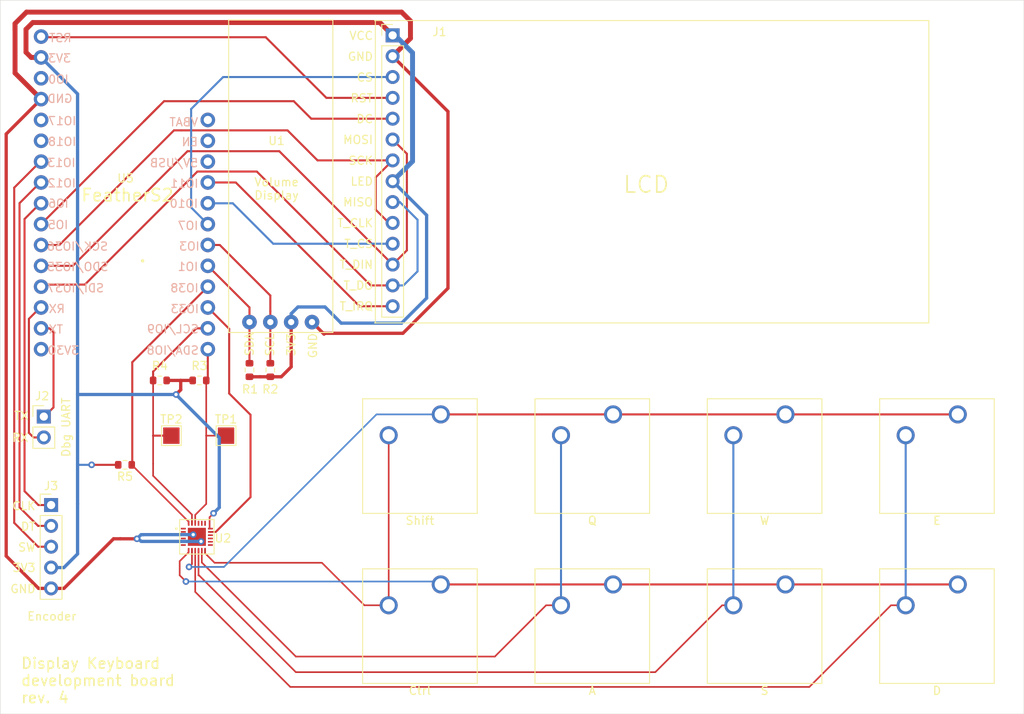
<source format=kicad_pcb>
(kicad_pcb (version 20171130) (host pcbnew "(5.1.10)-1")

  (general
    (thickness 1.6)
    (drawings 68)
    (tracks 248)
    (zones 0)
    (modules 21)
    (nets 48)
  )

  (page A4)
  (layers
    (0 F.Cu signal)
    (31 B.Cu signal)
    (32 B.Adhes user)
    (33 F.Adhes user)
    (34 B.Paste user)
    (35 F.Paste user)
    (36 B.SilkS user)
    (37 F.SilkS user)
    (38 B.Mask user)
    (39 F.Mask user)
    (40 Dwgs.User user)
    (41 Cmts.User user)
    (42 Eco1.User user)
    (43 Eco2.User user)
    (44 Edge.Cuts user)
    (45 Margin user)
    (46 B.CrtYd user)
    (47 F.CrtYd user)
    (48 B.Fab user)
    (49 F.Fab user)
  )

  (setup
    (last_trace_width 0.25)
    (user_trace_width 0.09)
    (user_trace_width 0.127)
    (user_trace_width 0.2)
    (user_trace_width 0.4)
    (user_trace_width 0.6)
    (trace_clearance 0.029)
    (zone_clearance 0.508)
    (zone_45_only no)
    (trace_min 0.029)
    (via_size 0.8)
    (via_drill 0.4)
    (via_min_size 0.45)
    (via_min_drill 0.2)
    (uvia_size 0.3)
    (uvia_drill 0.1)
    (uvias_allowed no)
    (uvia_min_size 0.2)
    (uvia_min_drill 0.1)
    (edge_width 0.05)
    (segment_width 0.2)
    (pcb_text_width 0.3)
    (pcb_text_size 1.5 1.5)
    (mod_edge_width 0.12)
    (mod_text_size 1 1)
    (mod_text_width 0.15)
    (pad_size 1.524 1.524)
    (pad_drill 0.762)
    (pad_to_mask_clearance 0)
    (aux_axis_origin 0 0)
    (visible_elements 7FFFFFFF)
    (pcbplotparams
      (layerselection 0x010fc_ffffffff)
      (usegerberextensions false)
      (usegerberattributes true)
      (usegerberadvancedattributes true)
      (creategerberjobfile false)
      (excludeedgelayer true)
      (linewidth 0.100000)
      (plotframeref false)
      (viasonmask false)
      (mode 1)
      (useauxorigin false)
      (hpglpennumber 1)
      (hpglpenspeed 20)
      (hpglpendiameter 15.000000)
      (psnegative false)
      (psa4output false)
      (plotreference true)
      (plotvalue true)
      (plotinvisibletext false)
      (padsonsilk false)
      (subtractmaskfromsilk false)
      (outputformat 1)
      (mirror false)
      (drillshape 0)
      (scaleselection 1)
      (outputdirectory "Gerber/"))
  )

  (net 0 "")
  (net 1 "Net-(U2-Pad6)")
  (net 2 ROW0)
  (net 3 COL3)
  (net 4 ROW1)
  (net 5 COL2)
  (net 6 COL1)
  (net 7 COL0)
  (net 8 T_IRQ)
  (net 9 MISO)
  (net 10 MOSI)
  (net 11 SCK)
  (net 12 D_CS)
  (net 13 T_CS)
  (net 14 3V3)
  (net 15 "Net-(J2-Pad1)")
  (net 16 "Net-(J2-Pad2)")
  (net 17 Enc_CLK)
  (net 18 Enc_DT)
  (net 19 Enc_SW)
  (net 20 "Net-(U5-Pad3)")
  (net 21 "Net-(U5-Pad5)")
  (net 22 "Net-(U5-Pad16)")
  (net 23 D_DC)
  (net 24 "Net-(U5-Pad26)")
  (net 25 "Net-(U5-Pad28)")
  (net 26 GND)
  (net 27 "Net-(U5-Pad6)")
  (net 28 RST)
  (net 29 I2C1_SCL)
  (net 30 I2C0_SCL)
  (net 31 I2C1_SDA)
  (net 32 KBDINT)
  (net 33 I2C0_SDA)
  (net 34 "Net-(U2-Pad21)")
  (net 35 "Net-(U2-Pad19)")
  (net 36 "Net-(U2-Pad20)")
  (net 37 "Net-(U2-Pad2)")
  (net 38 "Net-(U2-Pad3)")
  (net 39 "Net-(U2-Pad4)")
  (net 40 "Net-(U2-Pad1)")
  (net 41 "Net-(U2-Pad5)")
  (net 42 "Net-(U2-Pad16)")
  (net 43 "Net-(U2-Pad13)")
  (net 44 "Net-(U2-Pad15)")
  (net 45 "Net-(U2-Pad14)")
  (net 46 "Net-(U5-Pad27)")
  (net 47 KBD_RST)

  (net_class Default "This is the default net class."
    (clearance 0.029)
    (trace_width 0.25)
    (via_dia 0.8)
    (via_drill 0.4)
    (uvia_dia 0.3)
    (uvia_drill 0.1)
    (add_net 3V3)
    (add_net COL0)
    (add_net COL1)
    (add_net COL2)
    (add_net COL3)
    (add_net D_CS)
    (add_net D_DC)
    (add_net Enc_CLK)
    (add_net Enc_DT)
    (add_net Enc_SW)
    (add_net GND)
    (add_net I2C0_SCL)
    (add_net I2C0_SDA)
    (add_net I2C1_SCL)
    (add_net I2C1_SDA)
    (add_net KBDINT)
    (add_net KBD_RST)
    (add_net MISO)
    (add_net MOSI)
    (add_net "Net-(J2-Pad1)")
    (add_net "Net-(J2-Pad2)")
    (add_net "Net-(U2-Pad1)")
    (add_net "Net-(U2-Pad13)")
    (add_net "Net-(U2-Pad14)")
    (add_net "Net-(U2-Pad15)")
    (add_net "Net-(U2-Pad16)")
    (add_net "Net-(U2-Pad19)")
    (add_net "Net-(U2-Pad2)")
    (add_net "Net-(U2-Pad20)")
    (add_net "Net-(U2-Pad21)")
    (add_net "Net-(U2-Pad3)")
    (add_net "Net-(U2-Pad4)")
    (add_net "Net-(U2-Pad5)")
    (add_net "Net-(U2-Pad6)")
    (add_net "Net-(U5-Pad16)")
    (add_net "Net-(U5-Pad26)")
    (add_net "Net-(U5-Pad27)")
    (add_net "Net-(U5-Pad28)")
    (add_net "Net-(U5-Pad3)")
    (add_net "Net-(U5-Pad5)")
    (add_net "Net-(U5-Pad6)")
    (add_net ROW0)
    (add_net ROW1)
    (add_net RST)
    (add_net SCK)
    (add_net T_CS)
    (add_net T_IRQ)
  )

  (module Resistor_SMD:R_0603_1608Metric (layer F.Cu) (tedit 5F68FEEE) (tstamp 60726B8C)
    (at 106.1085 111.633 180)
    (descr "Resistor SMD 0603 (1608 Metric), square (rectangular) end terminal, IPC_7351 nominal, (Body size source: IPC-SM-782 page 72, https://www.pcb-3d.com/wordpress/wp-content/uploads/ipc-sm-782a_amendment_1_and_2.pdf), generated with kicad-footprint-generator")
    (tags resistor)
    (path /6072DE79)
    (attr smd)
    (fp_text reference R5 (at 0 -1.43) (layer F.SilkS)
      (effects (font (size 1 1) (thickness 0.15)))
    )
    (fp_text value 2.2kΩ (at 0 -2.8575) (layer F.Fab)
      (effects (font (size 0.6 0.6) (thickness 0.1)))
    )
    (fp_line (start 1.48 0.73) (end -1.48 0.73) (layer F.CrtYd) (width 0.05))
    (fp_line (start 1.48 -0.73) (end 1.48 0.73) (layer F.CrtYd) (width 0.05))
    (fp_line (start -1.48 -0.73) (end 1.48 -0.73) (layer F.CrtYd) (width 0.05))
    (fp_line (start -1.48 0.73) (end -1.48 -0.73) (layer F.CrtYd) (width 0.05))
    (fp_line (start -0.237258 0.5225) (end 0.237258 0.5225) (layer F.SilkS) (width 0.12))
    (fp_line (start -0.237258 -0.5225) (end 0.237258 -0.5225) (layer F.SilkS) (width 0.12))
    (fp_line (start 0.8 0.4125) (end -0.8 0.4125) (layer F.Fab) (width 0.1))
    (fp_line (start 0.8 -0.4125) (end 0.8 0.4125) (layer F.Fab) (width 0.1))
    (fp_line (start -0.8 -0.4125) (end 0.8 -0.4125) (layer F.Fab) (width 0.1))
    (fp_line (start -0.8 0.4125) (end -0.8 -0.4125) (layer F.Fab) (width 0.1))
    (fp_text user %R (at 0 0) (layer F.Fab)
      (effects (font (size 0.4 0.4) (thickness 0.06)))
    )
    (pad 2 smd roundrect (at 0.825 0 180) (size 0.8 0.95) (layers F.Cu F.Paste F.Mask) (roundrect_rratio 0.25)
      (net 14 3V3))
    (pad 1 smd roundrect (at -0.825 0 180) (size 0.8 0.95) (layers F.Cu F.Paste F.Mask) (roundrect_rratio 0.25)
      (net 32 KBDINT))
    (model ${KISYS3DMOD}/Resistor_SMD.3dshapes/R_0603_1608Metric.wrl
      (at (xyz 0 0 0))
      (scale (xyz 1 1 1))
      (rotate (xyz 0 0 0))
    )
  )

  (module TestPoint:TestPoint_Pad_2.0x2.0mm (layer F.Cu) (tedit 5A0F774F) (tstamp 6072D115)
    (at 111.76 108.077)
    (descr "SMD rectangular pad as test Point, square 2.0mm side length")
    (tags "test point SMD pad rectangle square")
    (path /6074ECE2)
    (attr virtual)
    (fp_text reference TP2 (at 0 -1.998) (layer F.SilkS)
      (effects (font (size 1 1) (thickness 0.15)))
    )
    (fp_text value TestPoint (at 0.5715 2.286) (layer F.Fab)
      (effects (font (size 0.6 0.6) (thickness 0.1)))
    )
    (fp_line (start 1.5 1.5) (end -1.5 1.5) (layer F.CrtYd) (width 0.05))
    (fp_line (start 1.5 1.5) (end 1.5 -1.5) (layer F.CrtYd) (width 0.05))
    (fp_line (start -1.5 -1.5) (end -1.5 1.5) (layer F.CrtYd) (width 0.05))
    (fp_line (start -1.5 -1.5) (end 1.5 -1.5) (layer F.CrtYd) (width 0.05))
    (fp_line (start -1.2 1.2) (end -1.2 -1.2) (layer F.SilkS) (width 0.12))
    (fp_line (start 1.2 1.2) (end -1.2 1.2) (layer F.SilkS) (width 0.12))
    (fp_line (start 1.2 -1.2) (end 1.2 1.2) (layer F.SilkS) (width 0.12))
    (fp_line (start -1.2 -1.2) (end 1.2 -1.2) (layer F.SilkS) (width 0.12))
    (fp_text user %R (at 0 -2) (layer F.Fab)
      (effects (font (size 1 1) (thickness 0.15)))
    )
    (pad 1 smd rect (at 0 0) (size 2 2) (layers F.Cu F.Mask)
      (net 30 I2C0_SCL))
  )

  (module TestPoint:TestPoint_Pad_2.0x2.0mm (layer F.Cu) (tedit 5A0F774F) (tstamp 6072D10D)
    (at 118.4275 108.077)
    (descr "SMD rectangular pad as test Point, square 2.0mm side length")
    (tags "test point SMD pad rectangle square")
    (path /6074E56B)
    (attr virtual)
    (fp_text reference TP1 (at 0 -1.998) (layer F.SilkS)
      (effects (font (size 1 1) (thickness 0.15)))
    )
    (fp_text value TestPoint (at 1.778 2.286) (layer F.Fab)
      (effects (font (size 0.6 0.6) (thickness 0.1)))
    )
    (fp_line (start 1.5 1.5) (end -1.5 1.5) (layer F.CrtYd) (width 0.05))
    (fp_line (start 1.5 1.5) (end 1.5 -1.5) (layer F.CrtYd) (width 0.05))
    (fp_line (start -1.5 -1.5) (end -1.5 1.5) (layer F.CrtYd) (width 0.05))
    (fp_line (start -1.5 -1.5) (end 1.5 -1.5) (layer F.CrtYd) (width 0.05))
    (fp_line (start -1.2 1.2) (end -1.2 -1.2) (layer F.SilkS) (width 0.12))
    (fp_line (start 1.2 1.2) (end -1.2 1.2) (layer F.SilkS) (width 0.12))
    (fp_line (start 1.2 -1.2) (end 1.2 1.2) (layer F.SilkS) (width 0.12))
    (fp_line (start -1.2 -1.2) (end 1.2 -1.2) (layer F.SilkS) (width 0.12))
    (fp_text user %R (at 0 -2) (layer F.Fab)
      (effects (font (size 1 1) (thickness 0.15)))
    )
    (pad 1 smd rect (at 0 0) (size 2 2) (layers F.Cu F.Mask)
      (net 33 I2C0_SDA))
  )

  (module 128x32_OLED_LCD_LED:128x32_OLED_LCD_LED (layer F.Cu) (tedit 5FE92E5B) (tstamp 5FE9929A)
    (at 131.445 95.504 90)
    (descr "128x128 0.91\" OLED")
    (path /5FE96299)
    (fp_text reference U1 (at 23.368 -6.858 180) (layer F.SilkS)
      (effects (font (size 1 1) (thickness 0.15)))
    )
    (fp_text value 128x32_OLED_LCD_LED (at 35.6235 -6.4135 180) (layer F.Fab)
      (effects (font (size 0.6 0.6) (thickness 0.1)))
    )
    (fp_line (start 0 -12.7) (end 0 0) (layer F.SilkS) (width 0.12))
    (fp_line (start 38.1 -12.7) (end 0 -12.7) (layer F.SilkS) (width 0.12))
    (fp_line (start 38.1 0) (end 38.1 -12.7) (layer F.SilkS) (width 0.12))
    (fp_line (start 0 0) (end 38.1 0) (layer F.SilkS) (width 0.12))
    (fp_text user https://www.aliexpress.com/item/32672229793.html (at 31.115 34.544 180) (layer F.SilkS) hide
      (effects (font (size 1 1) (thickness 0.15)))
    )
    (pad 4 thru_hole circle (at 1.27 -2.54 90) (size 1.778 1.778) (drill 0.762) (layers *.Cu *.Mask)
      (net 26 GND))
    (pad 3 thru_hole circle (at 1.27 -5.08 90) (size 1.778 1.778) (drill 0.762) (layers *.Cu *.Mask)
      (net 14 3V3))
    (pad 2 thru_hole circle (at 1.27 -7.62 90) (size 1.778 1.778) (drill 0.762) (layers *.Cu *.Mask)
      (net 29 I2C1_SCL))
    (pad 1 thru_hole circle (at 1.27 -10.16 90) (size 1.778 1.778) (drill 0.762) (layers *.Cu *.Mask)
      (net 31 I2C1_SDA))
  )

  (module Button_Switch_Keyboard:SW_Cherry_MX_1.00u_PCB (layer F.Cu) (tedit 5A02FE24) (tstamp 5FCCA157)
    (at 186.6138 126.2126)
    (descr "Cherry MX keyswitch, 1.00u, PCB mount, http://cherryamericas.com/wp-content/uploads/2014/12/mx_cat.pdf")
    (tags "Cherry MX keyswitch 1.00u PCB")
    (path /5FCCBF44)
    (fp_text reference S1 (at -2.54 -2.794) (layer F.SilkS) hide
      (effects (font (size 1 1) (thickness 0.15)))
    )
    (fp_text value S (at -2.54 12.954) (layer F.SilkS)
      (effects (font (size 1 1) (thickness 0.15)))
    )
    (fp_line (start -9.525 12.065) (end -9.525 -1.905) (layer F.SilkS) (width 0.12))
    (fp_line (start 4.445 12.065) (end -9.525 12.065) (layer F.SilkS) (width 0.12))
    (fp_line (start 4.445 -1.905) (end 4.445 12.065) (layer F.SilkS) (width 0.12))
    (fp_line (start -9.525 -1.905) (end 4.445 -1.905) (layer F.SilkS) (width 0.12))
    (fp_line (start -12.065 14.605) (end -12.065 -4.445) (layer Dwgs.User) (width 0.15))
    (fp_line (start 6.985 14.605) (end -12.065 14.605) (layer Dwgs.User) (width 0.15))
    (fp_line (start 6.985 -4.445) (end 6.985 14.605) (layer Dwgs.User) (width 0.15))
    (fp_line (start -12.065 -4.445) (end 6.985 -4.445) (layer Dwgs.User) (width 0.15))
    (fp_line (start -9.14 -1.52) (end 4.06 -1.52) (layer F.CrtYd) (width 0.05))
    (fp_line (start 4.06 -1.52) (end 4.06 11.68) (layer F.CrtYd) (width 0.05))
    (fp_line (start 4.06 11.68) (end -9.14 11.68) (layer F.CrtYd) (width 0.05))
    (fp_line (start -9.14 11.68) (end -9.14 -1.52) (layer F.CrtYd) (width 0.05))
    (fp_line (start -8.89 11.43) (end -8.89 -1.27) (layer F.Fab) (width 0.1))
    (fp_line (start 3.81 11.43) (end -8.89 11.43) (layer F.Fab) (width 0.1))
    (fp_line (start 3.81 -1.27) (end 3.81 11.43) (layer F.Fab) (width 0.1))
    (fp_line (start -8.89 -1.27) (end 3.81 -1.27) (layer F.Fab) (width 0.1))
    (fp_text user %R (at -2.54 -2.794) (layer F.Fab)
      (effects (font (size 1 1) (thickness 0.15)))
    )
    (pad "" np_thru_hole circle (at 2.54 5.08) (size 1.7 1.7) (drill 1.7) (layers *.Cu *.Mask))
    (pad "" np_thru_hole circle (at -7.62 5.08) (size 1.7 1.7) (drill 1.7) (layers *.Cu *.Mask))
    (pad "" np_thru_hole circle (at -2.54 5.08) (size 4 4) (drill 4) (layers *.Cu *.Mask))
    (pad 2 thru_hole circle (at -6.35 2.54) (size 2.2 2.2) (drill 1.5) (layers *.Cu *.Mask)
      (net 6 COL1))
    (pad 1 thru_hole circle (at 0 0) (size 2.2 2.2) (drill 1.5) (layers *.Cu *.Mask)
      (net 4 ROW1))
    (model ${KISYS3DMOD}/Button_Switch_Keyboard.3dshapes/SW_Cherry_MX_1.00u_PCB.wrl
      (at (xyz 0 0 0))
      (scale (xyz 1 1 1))
      (rotate (xyz 0 0 0))
    )
  )

  (module FeatherS2:FeatherS2 (layer F.Cu) (tedit 5FEA45D3) (tstamp 600FF436)
    (at 106.045 78.486)
    (descr FeatherS2)
    (path /60105E93)
    (fp_text reference U5 (at 0.127 -1.778 180) (layer F.SilkS)
      (effects (font (size 1 1) (thickness 0.15)))
    )
    (fp_text value FeatherS2 (at 4.699 -15.4305 180) (layer F.Fab)
      (effects (font (size 1 1) (thickness 0.15)))
    )
    (fp_line (start -12.7 21.59) (end 12.7 21.59) (layer Dwgs.User) (width 0.12))
    (fp_line (start -12.7 -21.59) (end -12.7 21.59) (layer Dwgs.User) (width 0.12))
    (fp_line (start 12.7 -21.59) (end -12.7 -21.59) (layer Dwgs.User) (width 0.12))
    (fp_line (start 12.7 21.59) (end 12.7 -21.59) (layer Dwgs.User) (width 0.12))
    (pad 1 thru_hole circle (at -10.16 -19.05 180) (size 1.778 1.778) (drill 1) (layers *.Cu *.Mask)
      (net 28 RST))
    (pad 2 thru_hole circle (at -10.16 -16.51 180) (size 1.778 1.778) (drill 1) (layers *.Cu *.Mask)
      (net 14 3V3))
    (pad 3 thru_hole circle (at -10.16 -13.97 180) (size 1.778 1.778) (drill 1) (layers *.Cu *.Mask)
      (net 20 "Net-(U5-Pad3)"))
    (pad 4 thru_hole circle (at -10.16 -11.43 180) (size 1.778 1.778) (drill 1) (layers *.Cu *.Mask)
      (net 26 GND))
    (pad 5 thru_hole circle (at -10.16 -8.89 180) (size 1.778 1.778) (drill 1) (layers *.Cu *.Mask)
      (net 21 "Net-(U5-Pad5)"))
    (pad 6 thru_hole circle (at -10.16 -6.35 180) (size 1.778 1.778) (drill 1) (layers *.Cu *.Mask)
      (net 27 "Net-(U5-Pad6)"))
    (pad 7 thru_hole circle (at -10.16 -3.81 180) (size 1.778 1.778) (drill 1) (layers *.Cu *.Mask)
      (net 19 Enc_SW))
    (pad 8 thru_hole circle (at -10.16 -1.27 180) (size 1.778 1.778) (drill 1) (layers *.Cu *.Mask)
      (net 18 Enc_DT))
    (pad 9 thru_hole circle (at -10.16 1.27 180) (size 1.778 1.778) (drill 1) (layers *.Cu *.Mask)
      (net 17 Enc_CLK))
    (pad 10 thru_hole circle (at -10.16 3.81 180) (size 1.778 1.778) (drill 1) (layers *.Cu *.Mask)
      (net 23 D_DC))
    (pad 11 thru_hole circle (at -10.16 6.35 180) (size 1.778 1.778) (drill 1) (layers *.Cu *.Mask)
      (net 11 SCK))
    (pad 12 thru_hole circle (at -10.16 8.89 180) (size 1.778 1.778) (drill 1) (layers *.Cu *.Mask)
      (net 10 MOSI))
    (pad 13 thru_hole circle (at -10.16 11.43 180) (size 1.778 1.778) (drill 1) (layers *.Cu *.Mask)
      (net 9 MISO))
    (pad 14 thru_hole circle (at -10.16 13.97 180) (size 1.778 1.778) (drill 1) (layers *.Cu *.Mask)
      (net 16 "Net-(J2-Pad2)"))
    (pad 15 thru_hole circle (at -10.16 16.51 180) (size 1.778 1.778) (drill 1) (layers *.Cu *.Mask)
      (net 15 "Net-(J2-Pad1)"))
    (pad 16 thru_hole circle (at -10.16 19.05 180) (size 1.778 1.778) (drill 1) (layers *.Cu *.Mask)
      (net 22 "Net-(U5-Pad16)"))
    (pad 28 thru_hole circle (at 10.16 -8.89 180) (size 1.778 1.778) (drill 1) (layers *.Cu *.Mask)
      (net 25 "Net-(U5-Pad28)"))
    (pad 27 thru_hole circle (at 10.16 -6.35 180) (size 1.778 1.778) (drill 1) (layers *.Cu *.Mask)
      (net 46 "Net-(U5-Pad27)"))
    (pad 26 thru_hole circle (at 10.16 -3.81 180) (size 1.778 1.778) (drill 1) (layers *.Cu *.Mask)
      (net 24 "Net-(U5-Pad26)"))
    (pad 25 thru_hole circle (at 10.16 -1.27 180) (size 1.778 1.778) (drill 1) (layers *.Cu *.Mask)
      (net 8 T_IRQ))
    (pad 24 thru_hole circle (at 10.16 1.27 180) (size 1.778 1.778) (drill 1) (layers *.Cu *.Mask)
      (net 13 T_CS))
    (pad 23 thru_hole circle (at 10.16 3.81 180) (size 1.778 1.778) (drill 1) (layers *.Cu *.Mask)
      (net 12 D_CS))
    (pad 22 thru_hole circle (at 10.16 6.35 180) (size 1.778 1.778) (drill 1) (layers *.Cu *.Mask)
      (net 29 I2C1_SCL))
    (pad 21 thru_hole circle (at 10.16 8.89 180) (size 1.778 1.778) (drill 1) (layers *.Cu *.Mask)
      (net 31 I2C1_SDA))
    (pad 20 thru_hole circle (at 10.16 11.43 180) (size 1.778 1.778) (drill 1) (layers *.Cu *.Mask)
      (net 32 KBDINT))
    (pad 19 thru_hole circle (at 10.16 13.97 180) (size 1.778 1.778) (drill 1) (layers *.Cu *.Mask)
      (net 47 KBD_RST))
    (pad 18 thru_hole circle (at 10.16 16.51 180) (size 1.778 1.778) (drill 1) (layers *.Cu *.Mask)
      (net 30 I2C0_SCL))
    (pad 17 thru_hole circle (at 10.16 19.05 180) (size 1.778 1.778) (drill 1) (layers *.Cu *.Mask)
      (net 33 I2C0_SDA))
  )

  (module Button_Switch_Keyboard:SW_Cherry_MX_1.00u_PCB (layer F.Cu) (tedit 5A02FE24) (tstamp 5FCCA1A5)
    (at 165.608 105.4862)
    (descr "Cherry MX keyswitch, 1.00u, PCB mount, http://cherryamericas.com/wp-content/uploads/2014/12/mx_cat.pdf")
    (tags "Cherry MX keyswitch 1.00u PCB")
    (path /5FCC9F75)
    (fp_text reference Q1 (at -2.54 -2.794) (layer F.SilkS) hide
      (effects (font (size 1 1) (thickness 0.15)))
    )
    (fp_text value Q (at -2.54 12.954) (layer F.SilkS)
      (effects (font (size 1 1) (thickness 0.15)))
    )
    (fp_line (start -9.525 12.065) (end -9.525 -1.905) (layer F.SilkS) (width 0.12))
    (fp_line (start 4.445 12.065) (end -9.525 12.065) (layer F.SilkS) (width 0.12))
    (fp_line (start 4.445 -1.905) (end 4.445 12.065) (layer F.SilkS) (width 0.12))
    (fp_line (start -9.525 -1.905) (end 4.445 -1.905) (layer F.SilkS) (width 0.12))
    (fp_line (start -12.065 14.605) (end -12.065 -4.445) (layer Dwgs.User) (width 0.15))
    (fp_line (start 6.985 14.605) (end -12.065 14.605) (layer Dwgs.User) (width 0.15))
    (fp_line (start 6.985 -4.445) (end 6.985 14.605) (layer Dwgs.User) (width 0.15))
    (fp_line (start -12.065 -4.445) (end 6.985 -4.445) (layer Dwgs.User) (width 0.15))
    (fp_line (start -9.14 -1.52) (end 4.06 -1.52) (layer F.CrtYd) (width 0.05))
    (fp_line (start 4.06 -1.52) (end 4.06 11.68) (layer F.CrtYd) (width 0.05))
    (fp_line (start 4.06 11.68) (end -9.14 11.68) (layer F.CrtYd) (width 0.05))
    (fp_line (start -9.14 11.68) (end -9.14 -1.52) (layer F.CrtYd) (width 0.05))
    (fp_line (start -8.89 11.43) (end -8.89 -1.27) (layer F.Fab) (width 0.1))
    (fp_line (start 3.81 11.43) (end -8.89 11.43) (layer F.Fab) (width 0.1))
    (fp_line (start 3.81 -1.27) (end 3.81 11.43) (layer F.Fab) (width 0.1))
    (fp_line (start -8.89 -1.27) (end 3.81 -1.27) (layer F.Fab) (width 0.1))
    (fp_text user %R (at -2.54 -2.794) (layer F.Fab)
      (effects (font (size 1 1) (thickness 0.15)))
    )
    (pad "" np_thru_hole circle (at 2.54 5.08) (size 1.7 1.7) (drill 1.7) (layers *.Cu *.Mask))
    (pad "" np_thru_hole circle (at -7.62 5.08) (size 1.7 1.7) (drill 1.7) (layers *.Cu *.Mask))
    (pad "" np_thru_hole circle (at -2.54 5.08) (size 4 4) (drill 4) (layers *.Cu *.Mask))
    (pad 2 thru_hole circle (at -6.35 2.54) (size 2.2 2.2) (drill 1.5) (layers *.Cu *.Mask)
      (net 5 COL2))
    (pad 1 thru_hole circle (at 0 0) (size 2.2 2.2) (drill 1.5) (layers *.Cu *.Mask)
      (net 2 ROW0))
    (model ${KISYS3DMOD}/Button_Switch_Keyboard.3dshapes/SW_Cherry_MX_1.00u_PCB.wrl
      (at (xyz 0 0 0))
      (scale (xyz 1 1 1))
      (rotate (xyz 0 0 0))
    )
  )

  (module Button_Switch_Keyboard:SW_Cherry_MX_1.00u_PCB (layer F.Cu) (tedit 5A02FE24) (tstamp 5FCCA13D)
    (at 165.608 126.2126)
    (descr "Cherry MX keyswitch, 1.00u, PCB mount, http://cherryamericas.com/wp-content/uploads/2014/12/mx_cat.pdf")
    (tags "Cherry MX keyswitch 1.00u PCB")
    (path /5FCCB8B3)
    (fp_text reference A1 (at -2.54 -2.794) (layer F.SilkS) hide
      (effects (font (size 1 1) (thickness 0.15)))
    )
    (fp_text value A (at -2.54 12.954) (layer F.SilkS)
      (effects (font (size 1 1) (thickness 0.15)))
    )
    (fp_line (start -9.525 12.065) (end -9.525 -1.905) (layer F.SilkS) (width 0.12))
    (fp_line (start 4.445 12.065) (end -9.525 12.065) (layer F.SilkS) (width 0.12))
    (fp_line (start 4.445 -1.905) (end 4.445 12.065) (layer F.SilkS) (width 0.12))
    (fp_line (start -9.525 -1.905) (end 4.445 -1.905) (layer F.SilkS) (width 0.12))
    (fp_line (start -12.065 14.605) (end -12.065 -4.445) (layer Dwgs.User) (width 0.15))
    (fp_line (start 6.985 14.605) (end -12.065 14.605) (layer Dwgs.User) (width 0.15))
    (fp_line (start 6.985 -4.445) (end 6.985 14.605) (layer Dwgs.User) (width 0.15))
    (fp_line (start -12.065 -4.445) (end 6.985 -4.445) (layer Dwgs.User) (width 0.15))
    (fp_line (start -9.14 -1.52) (end 4.06 -1.52) (layer F.CrtYd) (width 0.05))
    (fp_line (start 4.06 -1.52) (end 4.06 11.68) (layer F.CrtYd) (width 0.05))
    (fp_line (start 4.06 11.68) (end -9.14 11.68) (layer F.CrtYd) (width 0.05))
    (fp_line (start -9.14 11.68) (end -9.14 -1.52) (layer F.CrtYd) (width 0.05))
    (fp_line (start -8.89 11.43) (end -8.89 -1.27) (layer F.Fab) (width 0.1))
    (fp_line (start 3.81 11.43) (end -8.89 11.43) (layer F.Fab) (width 0.1))
    (fp_line (start 3.81 -1.27) (end 3.81 11.43) (layer F.Fab) (width 0.1))
    (fp_line (start -8.89 -1.27) (end 3.81 -1.27) (layer F.Fab) (width 0.1))
    (fp_text user %R (at -2.54 -2.794) (layer F.Fab)
      (effects (font (size 1 1) (thickness 0.15)))
    )
    (pad "" np_thru_hole circle (at 2.54 5.08) (size 1.7 1.7) (drill 1.7) (layers *.Cu *.Mask))
    (pad "" np_thru_hole circle (at -7.62 5.08) (size 1.7 1.7) (drill 1.7) (layers *.Cu *.Mask))
    (pad "" np_thru_hole circle (at -2.54 5.08) (size 4 4) (drill 4) (layers *.Cu *.Mask))
    (pad 2 thru_hole circle (at -6.35 2.54) (size 2.2 2.2) (drill 1.5) (layers *.Cu *.Mask)
      (net 5 COL2))
    (pad 1 thru_hole circle (at 0 0) (size 2.2 2.2) (drill 1.5) (layers *.Cu *.Mask)
      (net 4 ROW1))
    (model ${KISYS3DMOD}/Button_Switch_Keyboard.3dshapes/SW_Cherry_MX_1.00u_PCB.wrl
      (at (xyz 0 0 0))
      (scale (xyz 1 1 1))
      (rotate (xyz 0 0 0))
    )
  )

  (module Button_Switch_Keyboard:SW_Cherry_MX_1.00u_PCB (layer F.Cu) (tedit 5A02FE24) (tstamp 5FCCA171)
    (at 207.6196 126.2126)
    (descr "Cherry MX keyswitch, 1.00u, PCB mount, http://cherryamericas.com/wp-content/uploads/2014/12/mx_cat.pdf")
    (tags "Cherry MX keyswitch 1.00u PCB")
    (path /5FCCC6C4)
    (fp_text reference D1 (at -2.54 -2.794) (layer F.SilkS) hide
      (effects (font (size 1 1) (thickness 0.15)))
    )
    (fp_text value D (at -2.54 12.954) (layer F.SilkS)
      (effects (font (size 1 1) (thickness 0.15)))
    )
    (fp_line (start -9.525 12.065) (end -9.525 -1.905) (layer F.SilkS) (width 0.12))
    (fp_line (start 4.445 12.065) (end -9.525 12.065) (layer F.SilkS) (width 0.12))
    (fp_line (start 4.445 -1.905) (end 4.445 12.065) (layer F.SilkS) (width 0.12))
    (fp_line (start -9.525 -1.905) (end 4.445 -1.905) (layer F.SilkS) (width 0.12))
    (fp_line (start -12.065 14.605) (end -12.065 -4.445) (layer Dwgs.User) (width 0.15))
    (fp_line (start 6.985 14.605) (end -12.065 14.605) (layer Dwgs.User) (width 0.15))
    (fp_line (start 6.985 -4.445) (end 6.985 14.605) (layer Dwgs.User) (width 0.15))
    (fp_line (start -12.065 -4.445) (end 6.985 -4.445) (layer Dwgs.User) (width 0.15))
    (fp_line (start -9.14 -1.52) (end 4.06 -1.52) (layer F.CrtYd) (width 0.05))
    (fp_line (start 4.06 -1.52) (end 4.06 11.68) (layer F.CrtYd) (width 0.05))
    (fp_line (start 4.06 11.68) (end -9.14 11.68) (layer F.CrtYd) (width 0.05))
    (fp_line (start -9.14 11.68) (end -9.14 -1.52) (layer F.CrtYd) (width 0.05))
    (fp_line (start -8.89 11.43) (end -8.89 -1.27) (layer F.Fab) (width 0.1))
    (fp_line (start 3.81 11.43) (end -8.89 11.43) (layer F.Fab) (width 0.1))
    (fp_line (start 3.81 -1.27) (end 3.81 11.43) (layer F.Fab) (width 0.1))
    (fp_line (start -8.89 -1.27) (end 3.81 -1.27) (layer F.Fab) (width 0.1))
    (fp_text user %R (at -2.54 -2.794) (layer F.Fab)
      (effects (font (size 1 1) (thickness 0.15)))
    )
    (pad "" np_thru_hole circle (at 2.54 5.08) (size 1.7 1.7) (drill 1.7) (layers *.Cu *.Mask))
    (pad "" np_thru_hole circle (at -7.62 5.08) (size 1.7 1.7) (drill 1.7) (layers *.Cu *.Mask))
    (pad "" np_thru_hole circle (at -2.54 5.08) (size 4 4) (drill 4) (layers *.Cu *.Mask))
    (pad 2 thru_hole circle (at -6.35 2.54) (size 2.2 2.2) (drill 1.5) (layers *.Cu *.Mask)
      (net 7 COL0))
    (pad 1 thru_hole circle (at 0 0) (size 2.2 2.2) (drill 1.5) (layers *.Cu *.Mask)
      (net 4 ROW1))
    (model ${KISYS3DMOD}/Button_Switch_Keyboard.3dshapes/SW_Cherry_MX_1.00u_PCB.wrl
      (at (xyz 0 0 0))
      (scale (xyz 1 1 1))
      (rotate (xyz 0 0 0))
    )
  )

  (module Button_Switch_Keyboard:SW_Cherry_MX_1.00u_PCB (layer F.Cu) (tedit 5A02FE24) (tstamp 5FCCA109)
    (at 144.6022 105.4862)
    (descr "Cherry MX keyswitch, 1.00u, PCB mount, http://cherryamericas.com/wp-content/uploads/2014/12/mx_cat.pdf")
    (tags "Cherry MX keyswitch 1.00u PCB")
    (path /5FCCCBD3)
    (fp_text reference Shift1 (at -2.54 -2.794) (layer F.SilkS) hide
      (effects (font (size 1 1) (thickness 0.15)))
    )
    (fp_text value Shift (at -2.54 12.954) (layer F.SilkS)
      (effects (font (size 1 1) (thickness 0.15)))
    )
    (fp_line (start -9.525 12.065) (end -9.525 -1.905) (layer F.SilkS) (width 0.12))
    (fp_line (start 4.445 12.065) (end -9.525 12.065) (layer F.SilkS) (width 0.12))
    (fp_line (start 4.445 -1.905) (end 4.445 12.065) (layer F.SilkS) (width 0.12))
    (fp_line (start -9.525 -1.905) (end 4.445 -1.905) (layer F.SilkS) (width 0.12))
    (fp_line (start -12.065 14.605) (end -12.065 -4.445) (layer Dwgs.User) (width 0.15))
    (fp_line (start 6.985 14.605) (end -12.065 14.605) (layer Dwgs.User) (width 0.15))
    (fp_line (start 6.985 -4.445) (end 6.985 14.605) (layer Dwgs.User) (width 0.15))
    (fp_line (start -12.065 -4.445) (end 6.985 -4.445) (layer Dwgs.User) (width 0.15))
    (fp_line (start -9.14 -1.52) (end 4.06 -1.52) (layer F.CrtYd) (width 0.05))
    (fp_line (start 4.06 -1.52) (end 4.06 11.68) (layer F.CrtYd) (width 0.05))
    (fp_line (start 4.06 11.68) (end -9.14 11.68) (layer F.CrtYd) (width 0.05))
    (fp_line (start -9.14 11.68) (end -9.14 -1.52) (layer F.CrtYd) (width 0.05))
    (fp_line (start -8.89 11.43) (end -8.89 -1.27) (layer F.Fab) (width 0.1))
    (fp_line (start 3.81 11.43) (end -8.89 11.43) (layer F.Fab) (width 0.1))
    (fp_line (start 3.81 -1.27) (end 3.81 11.43) (layer F.Fab) (width 0.1))
    (fp_line (start -8.89 -1.27) (end 3.81 -1.27) (layer F.Fab) (width 0.1))
    (fp_text user %R (at -2.54 -2.794) (layer F.Fab)
      (effects (font (size 1 1) (thickness 0.15)))
    )
    (pad "" np_thru_hole circle (at 2.54 5.08) (size 1.7 1.7) (drill 1.7) (layers *.Cu *.Mask))
    (pad "" np_thru_hole circle (at -7.62 5.08) (size 1.7 1.7) (drill 1.7) (layers *.Cu *.Mask))
    (pad "" np_thru_hole circle (at -2.54 5.08) (size 4 4) (drill 4) (layers *.Cu *.Mask))
    (pad 2 thru_hole circle (at -6.35 2.54) (size 2.2 2.2) (drill 1.5) (layers *.Cu *.Mask)
      (net 3 COL3))
    (pad 1 thru_hole circle (at 0 0) (size 2.2 2.2) (drill 1.5) (layers *.Cu *.Mask)
      (net 2 ROW0))
    (model ${KISYS3DMOD}/Button_Switch_Keyboard.3dshapes/SW_Cherry_MX_1.00u_PCB.wrl
      (at (xyz 0 0 0))
      (scale (xyz 1 1 1))
      (rotate (xyz 0 0 0))
    )
  )

  (module Button_Switch_Keyboard:SW_Cherry_MX_1.00u_PCB (layer F.Cu) (tedit 5A02FE24) (tstamp 5FCCA123)
    (at 144.6022 126.2126)
    (descr "Cherry MX keyswitch, 1.00u, PCB mount, http://cherryamericas.com/wp-content/uploads/2014/12/mx_cat.pdf")
    (tags "Cherry MX keyswitch 1.00u PCB")
    (path /5FCCD3E9)
    (fp_text reference Ctrl1 (at -2.54 -2.794) (layer F.SilkS) hide
      (effects (font (size 1 1) (thickness 0.15)))
    )
    (fp_text value Ctrl (at -2.54 12.954) (layer F.SilkS)
      (effects (font (size 1 1) (thickness 0.15)))
    )
    (fp_line (start -9.525 12.065) (end -9.525 -1.905) (layer F.SilkS) (width 0.12))
    (fp_line (start 4.445 12.065) (end -9.525 12.065) (layer F.SilkS) (width 0.12))
    (fp_line (start 4.445 -1.905) (end 4.445 12.065) (layer F.SilkS) (width 0.12))
    (fp_line (start -9.525 -1.905) (end 4.445 -1.905) (layer F.SilkS) (width 0.12))
    (fp_line (start -12.065 14.605) (end -12.065 -4.445) (layer Dwgs.User) (width 0.15))
    (fp_line (start 6.985 14.605) (end -12.065 14.605) (layer Dwgs.User) (width 0.15))
    (fp_line (start 6.985 -4.445) (end 6.985 14.605) (layer Dwgs.User) (width 0.15))
    (fp_line (start -12.065 -4.445) (end 6.985 -4.445) (layer Dwgs.User) (width 0.15))
    (fp_line (start -9.14 -1.52) (end 4.06 -1.52) (layer F.CrtYd) (width 0.05))
    (fp_line (start 4.06 -1.52) (end 4.06 11.68) (layer F.CrtYd) (width 0.05))
    (fp_line (start 4.06 11.68) (end -9.14 11.68) (layer F.CrtYd) (width 0.05))
    (fp_line (start -9.14 11.68) (end -9.14 -1.52) (layer F.CrtYd) (width 0.05))
    (fp_line (start -8.89 11.43) (end -8.89 -1.27) (layer F.Fab) (width 0.1))
    (fp_line (start 3.81 11.43) (end -8.89 11.43) (layer F.Fab) (width 0.1))
    (fp_line (start 3.81 -1.27) (end 3.81 11.43) (layer F.Fab) (width 0.1))
    (fp_line (start -8.89 -1.27) (end 3.81 -1.27) (layer F.Fab) (width 0.1))
    (fp_text user %R (at -2.54 -2.794) (layer F.Fab)
      (effects (font (size 1 1) (thickness 0.15)))
    )
    (pad "" np_thru_hole circle (at 2.54 5.08) (size 1.7 1.7) (drill 1.7) (layers *.Cu *.Mask))
    (pad "" np_thru_hole circle (at -7.62 5.08) (size 1.7 1.7) (drill 1.7) (layers *.Cu *.Mask))
    (pad "" np_thru_hole circle (at -2.54 5.08) (size 4 4) (drill 4) (layers *.Cu *.Mask))
    (pad 2 thru_hole circle (at -6.35 2.54) (size 2.2 2.2) (drill 1.5) (layers *.Cu *.Mask)
      (net 3 COL3))
    (pad 1 thru_hole circle (at 0 0) (size 2.2 2.2) (drill 1.5) (layers *.Cu *.Mask)
      (net 4 ROW1))
    (model ${KISYS3DMOD}/Button_Switch_Keyboard.3dshapes/SW_Cherry_MX_1.00u_PCB.wrl
      (at (xyz 0 0 0))
      (scale (xyz 1 1 1))
      (rotate (xyz 0 0 0))
    )
  )

  (module Button_Switch_Keyboard:SW_Cherry_MX_1.00u_PCB (layer F.Cu) (tedit 5A02FE24) (tstamp 5FCCA18B)
    (at 207.6196 105.4862)
    (descr "Cherry MX keyswitch, 1.00u, PCB mount, http://cherryamericas.com/wp-content/uploads/2014/12/mx_cat.pdf")
    (tags "Cherry MX keyswitch 1.00u PCB")
    (path /5FCCAA98)
    (fp_text reference E1 (at -2.54 -2.794) (layer F.SilkS) hide
      (effects (font (size 1 1) (thickness 0.15)))
    )
    (fp_text value E (at -2.54 12.954) (layer F.SilkS)
      (effects (font (size 1 1) (thickness 0.15)))
    )
    (fp_line (start -9.525 12.065) (end -9.525 -1.905) (layer F.SilkS) (width 0.12))
    (fp_line (start 4.445 12.065) (end -9.525 12.065) (layer F.SilkS) (width 0.12))
    (fp_line (start 4.445 -1.905) (end 4.445 12.065) (layer F.SilkS) (width 0.12))
    (fp_line (start -9.525 -1.905) (end 4.445 -1.905) (layer F.SilkS) (width 0.12))
    (fp_line (start -12.065 14.605) (end -12.065 -4.445) (layer Dwgs.User) (width 0.15))
    (fp_line (start 6.985 14.605) (end -12.065 14.605) (layer Dwgs.User) (width 0.15))
    (fp_line (start 6.985 -4.445) (end 6.985 14.605) (layer Dwgs.User) (width 0.15))
    (fp_line (start -12.065 -4.445) (end 6.985 -4.445) (layer Dwgs.User) (width 0.15))
    (fp_line (start -9.14 -1.52) (end 4.06 -1.52) (layer F.CrtYd) (width 0.05))
    (fp_line (start 4.06 -1.52) (end 4.06 11.68) (layer F.CrtYd) (width 0.05))
    (fp_line (start 4.06 11.68) (end -9.14 11.68) (layer F.CrtYd) (width 0.05))
    (fp_line (start -9.14 11.68) (end -9.14 -1.52) (layer F.CrtYd) (width 0.05))
    (fp_line (start -8.89 11.43) (end -8.89 -1.27) (layer F.Fab) (width 0.1))
    (fp_line (start 3.81 11.43) (end -8.89 11.43) (layer F.Fab) (width 0.1))
    (fp_line (start 3.81 -1.27) (end 3.81 11.43) (layer F.Fab) (width 0.1))
    (fp_line (start -8.89 -1.27) (end 3.81 -1.27) (layer F.Fab) (width 0.1))
    (fp_text user %R (at -2.54 -2.794) (layer F.Fab)
      (effects (font (size 1 1) (thickness 0.15)))
    )
    (pad "" np_thru_hole circle (at 2.54 5.08) (size 1.7 1.7) (drill 1.7) (layers *.Cu *.Mask))
    (pad "" np_thru_hole circle (at -7.62 5.08) (size 1.7 1.7) (drill 1.7) (layers *.Cu *.Mask))
    (pad "" np_thru_hole circle (at -2.54 5.08) (size 4 4) (drill 4) (layers *.Cu *.Mask))
    (pad 2 thru_hole circle (at -6.35 2.54) (size 2.2 2.2) (drill 1.5) (layers *.Cu *.Mask)
      (net 7 COL0))
    (pad 1 thru_hole circle (at 0 0) (size 2.2 2.2) (drill 1.5) (layers *.Cu *.Mask)
      (net 2 ROW0))
    (model ${KISYS3DMOD}/Button_Switch_Keyboard.3dshapes/SW_Cherry_MX_1.00u_PCB.wrl
      (at (xyz 0 0 0))
      (scale (xyz 1 1 1))
      (rotate (xyz 0 0 0))
    )
  )

  (module Button_Switch_Keyboard:SW_Cherry_MX_1.00u_PCB (layer F.Cu) (tedit 5A02FE24) (tstamp 5FCCA215)
    (at 186.6138 105.4862)
    (descr "Cherry MX keyswitch, 1.00u, PCB mount, http://cherryamericas.com/wp-content/uploads/2014/12/mx_cat.pdf")
    (tags "Cherry MX keyswitch 1.00u PCB")
    (path /5FCCA414)
    (fp_text reference W1 (at -2.54 -2.794) (layer F.SilkS) hide
      (effects (font (size 1 1) (thickness 0.15)))
    )
    (fp_text value W (at -2.54 12.954) (layer F.SilkS)
      (effects (font (size 1 1) (thickness 0.15)))
    )
    (fp_line (start -9.525 12.065) (end -9.525 -1.905) (layer F.SilkS) (width 0.12))
    (fp_line (start 4.445 12.065) (end -9.525 12.065) (layer F.SilkS) (width 0.12))
    (fp_line (start 4.445 -1.905) (end 4.445 12.065) (layer F.SilkS) (width 0.12))
    (fp_line (start -9.525 -1.905) (end 4.445 -1.905) (layer F.SilkS) (width 0.12))
    (fp_line (start -12.065 14.605) (end -12.065 -4.445) (layer Dwgs.User) (width 0.15))
    (fp_line (start 6.985 14.605) (end -12.065 14.605) (layer Dwgs.User) (width 0.15))
    (fp_line (start 6.985 -4.445) (end 6.985 14.605) (layer Dwgs.User) (width 0.15))
    (fp_line (start -12.065 -4.445) (end 6.985 -4.445) (layer Dwgs.User) (width 0.15))
    (fp_line (start -9.14 -1.52) (end 4.06 -1.52) (layer F.CrtYd) (width 0.05))
    (fp_line (start 4.06 -1.52) (end 4.06 11.68) (layer F.CrtYd) (width 0.05))
    (fp_line (start 4.06 11.68) (end -9.14 11.68) (layer F.CrtYd) (width 0.05))
    (fp_line (start -9.14 11.68) (end -9.14 -1.52) (layer F.CrtYd) (width 0.05))
    (fp_line (start -8.89 11.43) (end -8.89 -1.27) (layer F.Fab) (width 0.1))
    (fp_line (start 3.81 11.43) (end -8.89 11.43) (layer F.Fab) (width 0.1))
    (fp_line (start 3.81 -1.27) (end 3.81 11.43) (layer F.Fab) (width 0.1))
    (fp_line (start -8.89 -1.27) (end 3.81 -1.27) (layer F.Fab) (width 0.1))
    (fp_text user %R (at -2.54 -2.794) (layer F.Fab)
      (effects (font (size 1 1) (thickness 0.15)))
    )
    (pad "" np_thru_hole circle (at 2.54 5.08) (size 1.7 1.7) (drill 1.7) (layers *.Cu *.Mask))
    (pad "" np_thru_hole circle (at -7.62 5.08) (size 1.7 1.7) (drill 1.7) (layers *.Cu *.Mask))
    (pad "" np_thru_hole circle (at -2.54 5.08) (size 4 4) (drill 4) (layers *.Cu *.Mask))
    (pad 2 thru_hole circle (at -6.35 2.54) (size 2.2 2.2) (drill 1.5) (layers *.Cu *.Mask)
      (net 6 COL1))
    (pad 1 thru_hole circle (at 0 0) (size 2.2 2.2) (drill 1.5) (layers *.Cu *.Mask)
      (net 2 ROW0))
    (model ${KISYS3DMOD}/Button_Switch_Keyboard.3dshapes/SW_Cherry_MX_1.00u_PCB.wrl
      (at (xyz 0 0 0))
      (scale (xyz 1 1 1))
      (rotate (xyz 0 0 0))
    )
  )

  (module Connector_PinHeader_2.54mm:PinHeader_1x14_P2.54mm_Vertical (layer F.Cu) (tedit 59FED5CC) (tstamp 5FCD134E)
    (at 138.7348 59.2836)
    (descr "Through hole straight pin header, 1x14, 2.54mm pitch, single row")
    (tags "Through hole pin header THT 1x14 2.54mm single row")
    (path /5FCD18E2)
    (fp_text reference J1 (at 5.715 -0.4191) (layer F.SilkS)
      (effects (font (size 1 1) (thickness 0.15)))
    )
    (fp_text value Conn_01x14_Female (at 5.1562 -3.4036) (layer F.Fab) hide
      (effects (font (size 1 1) (thickness 0.15)))
    )
    (fp_line (start 1.8 -1.8) (end -1.8 -1.8) (layer F.CrtYd) (width 0.05))
    (fp_line (start 1.8 34.8) (end 1.8 -1.8) (layer F.CrtYd) (width 0.05))
    (fp_line (start -1.8 34.8) (end 1.8 34.8) (layer F.CrtYd) (width 0.05))
    (fp_line (start -1.8 -1.8) (end -1.8 34.8) (layer F.CrtYd) (width 0.05))
    (fp_line (start -1.33 -1.33) (end 0 -1.33) (layer F.SilkS) (width 0.12))
    (fp_line (start -1.33 0) (end -1.33 -1.33) (layer F.SilkS) (width 0.12))
    (fp_line (start -1.33 1.27) (end 1.33 1.27) (layer F.SilkS) (width 0.12))
    (fp_line (start 1.33 1.27) (end 1.33 34.35) (layer F.SilkS) (width 0.12))
    (fp_line (start -1.33 1.27) (end -1.33 34.35) (layer F.SilkS) (width 0.12))
    (fp_line (start -1.33 34.35) (end 1.33 34.35) (layer F.SilkS) (width 0.12))
    (fp_line (start -1.27 -0.635) (end -0.635 -1.27) (layer F.Fab) (width 0.1))
    (fp_line (start -1.27 34.29) (end -1.27 -0.635) (layer F.Fab) (width 0.1))
    (fp_line (start 1.27 34.29) (end -1.27 34.29) (layer F.Fab) (width 0.1))
    (fp_line (start 1.27 -1.27) (end 1.27 34.29) (layer F.Fab) (width 0.1))
    (fp_line (start -0.635 -1.27) (end 1.27 -1.27) (layer F.Fab) (width 0.1))
    (fp_text user %R (at 0 16.51 90) (layer F.Fab)
      (effects (font (size 1 1) (thickness 0.15)))
    )
    (pad 14 thru_hole oval (at 0 33.02) (size 1.7 1.7) (drill 1) (layers *.Cu *.Mask)
      (net 8 T_IRQ))
    (pad 13 thru_hole oval (at 0 30.48) (size 1.7 1.7) (drill 1) (layers *.Cu *.Mask)
      (net 9 MISO))
    (pad 12 thru_hole oval (at 0 27.94) (size 1.7 1.7) (drill 1) (layers *.Cu *.Mask)
      (net 10 MOSI))
    (pad 11 thru_hole oval (at 0 25.4) (size 1.7 1.7) (drill 1) (layers *.Cu *.Mask)
      (net 13 T_CS))
    (pad 10 thru_hole oval (at 0 22.86) (size 1.7 1.7) (drill 1) (layers *.Cu *.Mask)
      (net 11 SCK))
    (pad 9 thru_hole oval (at 0 20.32) (size 1.7 1.7) (drill 1) (layers *.Cu *.Mask)
      (net 9 MISO))
    (pad 8 thru_hole oval (at 0 17.78) (size 1.7 1.7) (drill 1) (layers *.Cu *.Mask)
      (net 14 3V3))
    (pad 7 thru_hole oval (at 0 15.24) (size 1.7 1.7) (drill 1) (layers *.Cu *.Mask)
      (net 11 SCK))
    (pad 6 thru_hole oval (at 0 12.7) (size 1.7 1.7) (drill 1) (layers *.Cu *.Mask)
      (net 10 MOSI))
    (pad 5 thru_hole oval (at 0 10.16) (size 1.7 1.7) (drill 1) (layers *.Cu *.Mask)
      (net 23 D_DC))
    (pad 4 thru_hole oval (at 0 7.62) (size 1.7 1.7) (drill 1) (layers *.Cu *.Mask)
      (net 28 RST))
    (pad 3 thru_hole oval (at 0 5.08) (size 1.7 1.7) (drill 1) (layers *.Cu *.Mask)
      (net 12 D_CS))
    (pad 2 thru_hole oval (at 0 2.54) (size 1.7 1.7) (drill 1) (layers *.Cu *.Mask)
      (net 26 GND))
    (pad 1 thru_hole rect (at 0 0) (size 1.7 1.7) (drill 1) (layers *.Cu *.Mask)
      (net 14 3V3))
    (model ${KISYS3DMOD}/Connector_PinHeader_2.54mm.3dshapes/PinHeader_1x14_P2.54mm_Vertical.wrl
      (at (xyz 0 0 0))
      (scale (xyz 1 1 1))
      (rotate (xyz 0 0 0))
    )
  )

  (module Resistor_SMD:R_0603_1608Metric (layer F.Cu) (tedit 5F68FEEE) (tstamp 5FE90FD5)
    (at 115.189 101.346 180)
    (descr "Resistor SMD 0603 (1608 Metric), square (rectangular) end terminal, IPC_7351 nominal, (Body size source: IPC-SM-782 page 72, https://www.pcb-3d.com/wordpress/wp-content/uploads/ipc-sm-782a_amendment_1_and_2.pdf), generated with kicad-footprint-generator")
    (tags resistor)
    (path /5FEC6AE7)
    (attr smd)
    (fp_text reference R3 (at 0 1.778) (layer F.SilkS)
      (effects (font (size 1 1) (thickness 0.15)))
    )
    (fp_text value 2.2kΩ (at 0.0635 -1.2065) (layer F.Fab) hide
      (effects (font (size 0.6 0.6) (thickness 0.1)))
    )
    (fp_line (start 1.48 0.73) (end -1.48 0.73) (layer F.CrtYd) (width 0.05))
    (fp_line (start 1.48 -0.73) (end 1.48 0.73) (layer F.CrtYd) (width 0.05))
    (fp_line (start -1.48 -0.73) (end 1.48 -0.73) (layer F.CrtYd) (width 0.05))
    (fp_line (start -1.48 0.73) (end -1.48 -0.73) (layer F.CrtYd) (width 0.05))
    (fp_line (start -0.237258 0.5225) (end 0.237258 0.5225) (layer F.SilkS) (width 0.12))
    (fp_line (start -0.237258 -0.5225) (end 0.237258 -0.5225) (layer F.SilkS) (width 0.12))
    (fp_line (start 0.8 0.4125) (end -0.8 0.4125) (layer F.Fab) (width 0.1))
    (fp_line (start 0.8 -0.4125) (end 0.8 0.4125) (layer F.Fab) (width 0.1))
    (fp_line (start -0.8 -0.4125) (end 0.8 -0.4125) (layer F.Fab) (width 0.1))
    (fp_line (start -0.8 0.4125) (end -0.8 -0.4125) (layer F.Fab) (width 0.1))
    (fp_text user %R (at 0 0) (layer F.Fab)
      (effects (font (size 0.4 0.4) (thickness 0.06)))
    )
    (pad 2 smd roundrect (at 0.825 0 180) (size 0.8 0.95) (layers F.Cu F.Paste F.Mask) (roundrect_rratio 0.25)
      (net 14 3V3))
    (pad 1 smd roundrect (at -0.825 0 180) (size 0.8 0.95) (layers F.Cu F.Paste F.Mask) (roundrect_rratio 0.25)
      (net 33 I2C0_SDA))
    (model ${KISYS3DMOD}/Resistor_SMD.3dshapes/R_0603_1608Metric.wrl
      (at (xyz 0 0 0))
      (scale (xyz 1 1 1))
      (rotate (xyz 0 0 0))
    )
  )

  (module Resistor_SMD:R_0603_1608Metric (layer F.Cu) (tedit 5F68FEEE) (tstamp 5FE8F5CF)
    (at 110.363 101.346)
    (descr "Resistor SMD 0603 (1608 Metric), square (rectangular) end terminal, IPC_7351 nominal, (Body size source: IPC-SM-782 page 72, https://www.pcb-3d.com/wordpress/wp-content/uploads/ipc-sm-782a_amendment_1_and_2.pdf), generated with kicad-footprint-generator")
    (tags resistor)
    (path /5FEC5323)
    (attr smd)
    (fp_text reference R4 (at 0 -1.778) (layer F.SilkS)
      (effects (font (size 1 1) (thickness 0.15)))
    )
    (fp_text value 2.2kΩ (at 0 1.2065) (layer F.Fab) hide
      (effects (font (size 0.6 0.6) (thickness 0.1)))
    )
    (fp_line (start 1.48 0.73) (end -1.48 0.73) (layer F.CrtYd) (width 0.05))
    (fp_line (start 1.48 -0.73) (end 1.48 0.73) (layer F.CrtYd) (width 0.05))
    (fp_line (start -1.48 -0.73) (end 1.48 -0.73) (layer F.CrtYd) (width 0.05))
    (fp_line (start -1.48 0.73) (end -1.48 -0.73) (layer F.CrtYd) (width 0.05))
    (fp_line (start -0.237258 0.5225) (end 0.237258 0.5225) (layer F.SilkS) (width 0.12))
    (fp_line (start -0.237258 -0.5225) (end 0.237258 -0.5225) (layer F.SilkS) (width 0.12))
    (fp_line (start 0.8 0.4125) (end -0.8 0.4125) (layer F.Fab) (width 0.1))
    (fp_line (start 0.8 -0.4125) (end 0.8 0.4125) (layer F.Fab) (width 0.1))
    (fp_line (start -0.8 -0.4125) (end 0.8 -0.4125) (layer F.Fab) (width 0.1))
    (fp_line (start -0.8 0.4125) (end -0.8 -0.4125) (layer F.Fab) (width 0.1))
    (fp_text user %R (at 0 0) (layer F.Fab)
      (effects (font (size 0.4 0.4) (thickness 0.06)))
    )
    (pad 2 smd roundrect (at 0.825 0) (size 0.8 0.95) (layers F.Cu F.Paste F.Mask) (roundrect_rratio 0.25)
      (net 14 3V3))
    (pad 1 smd roundrect (at -0.825 0) (size 0.8 0.95) (layers F.Cu F.Paste F.Mask) (roundrect_rratio 0.25)
      (net 30 I2C0_SCL))
    (model ${KISYS3DMOD}/Resistor_SMD.3dshapes/R_0603_1608Metric.wrl
      (at (xyz 0 0 0))
      (scale (xyz 1 1 1))
      (rotate (xyz 0 0 0))
    )
  )

  (module Connector_PinHeader_2.54mm:PinHeader_1x02_P2.54mm_Vertical (layer F.Cu) (tedit 59FED5CC) (tstamp 5FEA3C22)
    (at 96.2152 105.7529)
    (descr "Through hole straight pin header, 1x02, 2.54mm pitch, single row")
    (tags "Through hole pin header THT 1x02 2.54mm single row")
    (path /5FE93246)
    (fp_text reference J2 (at -0.2032 -2.5019) (layer F.SilkS)
      (effects (font (size 1 1) (thickness 0.15)))
    )
    (fp_text value "UART Debug header" (at -0.3937 5.4356) (layer F.Fab) hide
      (effects (font (size 0.5 0.5) (thickness 0.1)))
    )
    (fp_line (start 1.8 -1.8) (end -1.8 -1.8) (layer F.CrtYd) (width 0.05))
    (fp_line (start 1.8 4.35) (end 1.8 -1.8) (layer F.CrtYd) (width 0.05))
    (fp_line (start -1.8 4.35) (end 1.8 4.35) (layer F.CrtYd) (width 0.05))
    (fp_line (start -1.8 -1.8) (end -1.8 4.35) (layer F.CrtYd) (width 0.05))
    (fp_line (start -1.33 -1.33) (end 0 -1.33) (layer F.SilkS) (width 0.12))
    (fp_line (start -1.33 0) (end -1.33 -1.33) (layer F.SilkS) (width 0.12))
    (fp_line (start -1.33 1.27) (end 1.33 1.27) (layer F.SilkS) (width 0.12))
    (fp_line (start 1.33 1.27) (end 1.33 3.87) (layer F.SilkS) (width 0.12))
    (fp_line (start -1.33 1.27) (end -1.33 3.87) (layer F.SilkS) (width 0.12))
    (fp_line (start -1.33 3.87) (end 1.33 3.87) (layer F.SilkS) (width 0.12))
    (fp_line (start -1.27 -0.635) (end -0.635 -1.27) (layer F.Fab) (width 0.1))
    (fp_line (start -1.27 3.81) (end -1.27 -0.635) (layer F.Fab) (width 0.1))
    (fp_line (start 1.27 3.81) (end -1.27 3.81) (layer F.Fab) (width 0.1))
    (fp_line (start 1.27 -1.27) (end 1.27 3.81) (layer F.Fab) (width 0.1))
    (fp_line (start -0.635 -1.27) (end 1.27 -1.27) (layer F.Fab) (width 0.1))
    (fp_text user %R (at 0 1.27 90) (layer F.Fab)
      (effects (font (size 1 1) (thickness 0.15)))
    )
    (pad 2 thru_hole oval (at 0 2.54) (size 1.7 1.7) (drill 1) (layers *.Cu *.Mask)
      (net 16 "Net-(J2-Pad2)"))
    (pad 1 thru_hole rect (at 0 0) (size 1.7 1.7) (drill 1) (layers *.Cu *.Mask)
      (net 15 "Net-(J2-Pad1)"))
    (model ${KISYS3DMOD}/Connector_PinHeader_2.54mm.3dshapes/PinHeader_1x02_P2.54mm_Vertical.wrl
      (at (xyz 0 0 0))
      (scale (xyz 1 1 1))
      (rotate (xyz 0 0 0))
    )
  )

  (module Connector_PinHeader_2.54mm:PinHeader_1x05_P2.54mm_Vertical (layer F.Cu) (tedit 59FED5CC) (tstamp 5FE979CE)
    (at 97.1042 116.5352)
    (descr "Through hole straight pin header, 1x05, 2.54mm pitch, single row")
    (tags "Through hole pin header THT 1x05 2.54mm single row")
    (path /5FEA0C78)
    (fp_text reference J3 (at 0 -2.33) (layer F.SilkS)
      (effects (font (size 1 1) (thickness 0.15)))
    )
    (fp_text value Conn_01x05_Female (at -0.0762 14.4018) (layer F.Fab) hide
      (effects (font (size 0.5 0.5) (thickness 0.1)))
    )
    (fp_line (start 1.8 -1.8) (end -1.8 -1.8) (layer F.CrtYd) (width 0.05))
    (fp_line (start 1.8 11.95) (end 1.8 -1.8) (layer F.CrtYd) (width 0.05))
    (fp_line (start -1.8 11.95) (end 1.8 11.95) (layer F.CrtYd) (width 0.05))
    (fp_line (start -1.8 -1.8) (end -1.8 11.95) (layer F.CrtYd) (width 0.05))
    (fp_line (start -1.33 -1.33) (end 0 -1.33) (layer F.SilkS) (width 0.12))
    (fp_line (start -1.33 0) (end -1.33 -1.33) (layer F.SilkS) (width 0.12))
    (fp_line (start -1.33 1.27) (end 1.33 1.27) (layer F.SilkS) (width 0.12))
    (fp_line (start 1.33 1.27) (end 1.33 11.49) (layer F.SilkS) (width 0.12))
    (fp_line (start -1.33 1.27) (end -1.33 11.49) (layer F.SilkS) (width 0.12))
    (fp_line (start -1.33 11.49) (end 1.33 11.49) (layer F.SilkS) (width 0.12))
    (fp_line (start -1.27 -0.635) (end -0.635 -1.27) (layer F.Fab) (width 0.1))
    (fp_line (start -1.27 11.43) (end -1.27 -0.635) (layer F.Fab) (width 0.1))
    (fp_line (start 1.27 11.43) (end -1.27 11.43) (layer F.Fab) (width 0.1))
    (fp_line (start 1.27 -1.27) (end 1.27 11.43) (layer F.Fab) (width 0.1))
    (fp_line (start -0.635 -1.27) (end 1.27 -1.27) (layer F.Fab) (width 0.1))
    (fp_text user %R (at 0 5.08 90) (layer F.Fab) hide
      (effects (font (size 1 1) (thickness 0.15)))
    )
    (pad 5 thru_hole oval (at 0 10.16) (size 1.7 1.7) (drill 1) (layers *.Cu *.Mask)
      (net 26 GND))
    (pad 4 thru_hole oval (at 0 7.62) (size 1.7 1.7) (drill 1) (layers *.Cu *.Mask)
      (net 14 3V3))
    (pad 3 thru_hole oval (at 0 5.08) (size 1.7 1.7) (drill 1) (layers *.Cu *.Mask)
      (net 19 Enc_SW))
    (pad 2 thru_hole oval (at 0 2.54) (size 1.7 1.7) (drill 1) (layers *.Cu *.Mask)
      (net 18 Enc_DT))
    (pad 1 thru_hole rect (at 0 0) (size 1.7 1.7) (drill 1) (layers *.Cu *.Mask)
      (net 17 Enc_CLK))
    (model ${KISYS3DMOD}/Connector_PinHeader_2.54mm.3dshapes/PinHeader_1x05_P2.54mm_Vertical.wrl
      (at (xyz 0 0 0))
      (scale (xyz 1 1 1))
      (rotate (xyz 0 0 0))
    )
  )

  (module Resistor_SMD:R_0603_1608Metric (layer F.Cu) (tedit 5F68FEEE) (tstamp 6072AC25)
    (at 121.285 100.076 270)
    (descr "Resistor SMD 0603 (1608 Metric), square (rectangular) end terminal, IPC_7351 nominal, (Body size source: IPC-SM-782 page 72, https://www.pcb-3d.com/wordpress/wp-content/uploads/ipc-sm-782a_amendment_1_and_2.pdf), generated with kicad-footprint-generator")
    (tags resistor)
    (path /60708D9E)
    (attr smd)
    (fp_text reference R1 (at 2.3495 -0.0635 180) (layer F.SilkS)
      (effects (font (size 1 1) (thickness 0.15)))
    )
    (fp_text value 2.2kΩ (at 3.429 0.381 180) (layer F.Fab)
      (effects (font (size 0.6 0.6) (thickness 0.1)))
    )
    (fp_line (start 1.48 0.73) (end -1.48 0.73) (layer F.CrtYd) (width 0.05))
    (fp_line (start 1.48 -0.73) (end 1.48 0.73) (layer F.CrtYd) (width 0.05))
    (fp_line (start -1.48 -0.73) (end 1.48 -0.73) (layer F.CrtYd) (width 0.05))
    (fp_line (start -1.48 0.73) (end -1.48 -0.73) (layer F.CrtYd) (width 0.05))
    (fp_line (start -0.237258 0.5225) (end 0.237258 0.5225) (layer F.SilkS) (width 0.12))
    (fp_line (start -0.237258 -0.5225) (end 0.237258 -0.5225) (layer F.SilkS) (width 0.12))
    (fp_line (start 0.8 0.4125) (end -0.8 0.4125) (layer F.Fab) (width 0.1))
    (fp_line (start 0.8 -0.4125) (end 0.8 0.4125) (layer F.Fab) (width 0.1))
    (fp_line (start -0.8 -0.4125) (end 0.8 -0.4125) (layer F.Fab) (width 0.1))
    (fp_line (start -0.8 0.4125) (end -0.8 -0.4125) (layer F.Fab) (width 0.1))
    (fp_text user %R (at 0 0 90) (layer F.Fab)
      (effects (font (size 0.4 0.4) (thickness 0.06)))
    )
    (pad 2 smd roundrect (at 0.825 0 270) (size 0.8 0.95) (layers F.Cu F.Paste F.Mask) (roundrect_rratio 0.25)
      (net 14 3V3))
    (pad 1 smd roundrect (at -0.825 0 270) (size 0.8 0.95) (layers F.Cu F.Paste F.Mask) (roundrect_rratio 0.25)
      (net 31 I2C1_SDA))
    (model ${KISYS3DMOD}/Resistor_SMD.3dshapes/R_0603_1608Metric.wrl
      (at (xyz 0 0 0))
      (scale (xyz 1 1 1))
      (rotate (xyz 0 0 0))
    )
  )

  (module Resistor_SMD:R_0603_1608Metric (layer F.Cu) (tedit 5F68FEEE) (tstamp 6072AC36)
    (at 123.825 100.076 270)
    (descr "Resistor SMD 0603 (1608 Metric), square (rectangular) end terminal, IPC_7351 nominal, (Body size source: IPC-SM-782 page 72, https://www.pcb-3d.com/wordpress/wp-content/uploads/ipc-sm-782a_amendment_1_and_2.pdf), generated with kicad-footprint-generator")
    (tags resistor)
    (path /60708D97)
    (attr smd)
    (fp_text reference R2 (at 2.3495 0 180) (layer F.SilkS)
      (effects (font (size 1 1) (thickness 0.15)))
    )
    (fp_text value 2.2kΩ (at 3.429 -0.4445 180) (layer F.Fab)
      (effects (font (size 0.6 0.6) (thickness 0.1)))
    )
    (fp_line (start 1.48 0.73) (end -1.48 0.73) (layer F.CrtYd) (width 0.05))
    (fp_line (start 1.48 -0.73) (end 1.48 0.73) (layer F.CrtYd) (width 0.05))
    (fp_line (start -1.48 -0.73) (end 1.48 -0.73) (layer F.CrtYd) (width 0.05))
    (fp_line (start -1.48 0.73) (end -1.48 -0.73) (layer F.CrtYd) (width 0.05))
    (fp_line (start -0.237258 0.5225) (end 0.237258 0.5225) (layer F.SilkS) (width 0.12))
    (fp_line (start -0.237258 -0.5225) (end 0.237258 -0.5225) (layer F.SilkS) (width 0.12))
    (fp_line (start 0.8 0.4125) (end -0.8 0.4125) (layer F.Fab) (width 0.1))
    (fp_line (start 0.8 -0.4125) (end 0.8 0.4125) (layer F.Fab) (width 0.1))
    (fp_line (start -0.8 -0.4125) (end 0.8 -0.4125) (layer F.Fab) (width 0.1))
    (fp_line (start -0.8 0.4125) (end -0.8 -0.4125) (layer F.Fab) (width 0.1))
    (fp_text user %R (at 0 0 90) (layer F.Fab)
      (effects (font (size 0.4 0.4) (thickness 0.06)))
    )
    (pad 2 smd roundrect (at 0.825 0 270) (size 0.8 0.95) (layers F.Cu F.Paste F.Mask) (roundrect_rratio 0.25)
      (net 14 3V3))
    (pad 1 smd roundrect (at -0.825 0 270) (size 0.8 0.95) (layers F.Cu F.Paste F.Mask) (roundrect_rratio 0.25)
      (net 29 I2C1_SCL))
    (model ${KISYS3DMOD}/Resistor_SMD.3dshapes/R_0603_1608Metric.wrl
      (at (xyz 0 0 0))
      (scale (xyz 1 1 1))
      (rotate (xyz 0 0 0))
    )
  )

  (module ADP5589:ADP5589 (layer F.Cu) (tedit 6080E0E2) (tstamp 6072AC58)
    (at 114.8715 120.4595)
    (path /606FE7E2)
    (attr smd)
    (fp_text reference U2 (at 3.175 0.127) (layer F.SilkS)
      (effects (font (size 1 1) (thickness 0.15)))
    )
    (fp_text value ADP5589 (at -4.318 1.397) (layer F.Fab)
      (effects (font (size 0.7 0.7) (thickness 0.1)))
    )
    (fp_line (start 2.1 -2.15) (end -2.1 -2.15) (layer F.SilkS) (width 0.12))
    (fp_line (start 2.1 2.05) (end 2.1 -2.15) (layer F.SilkS) (width 0.12))
    (fp_line (start -2.1 2.05) (end 2.1 2.05) (layer F.SilkS) (width 0.12))
    (fp_line (start -2.1 -2.15) (end -2.1 2.05) (layer F.SilkS) (width 0.12))
    (fp_circle (center -2.5 -1.05) (end -2.42 -1.05) (layer F.SilkS) (width 0.16))
    (fp_line (start 1.75 1.7) (end 1.75 -1.8) (layer Dwgs.User) (width 0.05))
    (fp_line (start 1.75 -1.8) (end -1.75 -1.8) (layer Dwgs.User) (width 0.05))
    (fp_line (start 1.75 1.7) (end -1.75 1.7) (layer Dwgs.User) (width 0.05))
    (fp_line (start -1.75 -1.8) (end -1.75 1.7) (layer Dwgs.User) (width 0.05))
    (pad EP smd rect (at 0 -0.05) (size 2.2 2.2) (layers F.Cu F.Paste F.Mask)
      (net 26 GND))
    (pad 18 smd rect (at 1.65 -1.05 90) (size 0.2 0.6) (layers F.Cu F.Paste F.Mask)
      (net 14 3V3))
    (pad 14 smd rect (at 1.65 0.55 90) (size 0.2 0.6) (layers F.Cu F.Paste F.Mask)
      (net 45 "Net-(U2-Pad14)"))
    (pad 15 smd rect (at 1.65 0.15 90) (size 0.2 0.6) (layers F.Cu F.Paste F.Mask)
      (net 44 "Net-(U2-Pad15)"))
    (pad 13 smd rect (at 1.65 0.95 90) (size 0.2 0.6) (layers F.Cu F.Paste F.Mask)
      (net 43 "Net-(U2-Pad13)"))
    (pad 16 smd rect (at 1.65 -0.25 90) (size 0.2 0.6) (layers F.Cu F.Paste F.Mask)
      (net 42 "Net-(U2-Pad16)"))
    (pad 17 smd rect (at 1.65 -0.65 90) (size 0.2 0.6) (layers F.Cu F.Paste F.Mask)
      (net 47 KBD_RST))
    (pad 8 smd rect (at -0.6 1.6) (size 0.2 0.6) (layers F.Cu F.Paste F.Mask)
      (net 2 ROW0))
    (pad 12 smd rect (at 1 1.6) (size 0.2 0.6) (layers F.Cu F.Paste F.Mask)
      (net 3 COL3))
    (pad 9 smd rect (at -0.2 1.6) (size 0.2 0.6) (layers F.Cu F.Paste F.Mask)
      (net 7 COL0))
    (pad 10 smd rect (at 0.2 1.6) (size 0.2 0.6) (layers F.Cu F.Paste F.Mask)
      (net 6 COL1))
    (pad 11 smd rect (at 0.6 1.6) (size 0.2 0.6) (layers F.Cu F.Paste F.Mask)
      (net 5 COL2))
    (pad 7 smd rect (at -1 1.6) (size 0.2 0.6) (layers F.Cu F.Paste F.Mask)
      (net 4 ROW1))
    (pad 5 smd rect (at -1.65 0.55 90) (size 0.2 0.6) (layers F.Cu F.Paste F.Mask)
      (net 41 "Net-(U2-Pad5)"))
    (pad 1 smd rect (at -1.65 -1.05 90) (size 0.2 0.6) (layers F.Cu F.Paste F.Mask)
      (net 40 "Net-(U2-Pad1)"))
    (pad 4 smd rect (at -1.65 0.15 90) (size 0.2 0.6) (layers F.Cu F.Paste F.Mask)
      (net 39 "Net-(U2-Pad4)"))
    (pad 3 smd rect (at -1.65 -0.25 90) (size 0.2 0.6) (layers F.Cu F.Paste F.Mask)
      (net 38 "Net-(U2-Pad3)"))
    (pad 2 smd rect (at -1.65 -0.65 90) (size 0.2 0.6) (layers F.Cu F.Paste F.Mask)
      (net 37 "Net-(U2-Pad2)"))
    (pad 6 smd rect (at -1.65 0.95 90) (size 0.2 0.6) (layers F.Cu F.Paste F.Mask)
      (net 1 "Net-(U2-Pad6)"))
    (pad 20 smd rect (at 0.6 -1.7) (size 0.2 0.6) (layers F.Cu F.Paste F.Mask)
      (net 36 "Net-(U2-Pad20)"))
    (pad 19 smd rect (at 1 -1.7) (size 0.2 0.6) (layers F.Cu F.Paste F.Mask)
      (net 35 "Net-(U2-Pad19)"))
    (pad 21 smd rect (at 0.2 -1.7) (size 0.2 0.6) (layers F.Cu F.Paste F.Mask)
      (net 34 "Net-(U2-Pad21)"))
    (pad 22 smd rect (at -0.2 -1.7) (size 0.2 0.6) (layers F.Cu F.Paste F.Mask)
      (net 33 I2C0_SDA))
    (pad 23 smd rect (at -0.6 -1.7) (size 0.2 0.6) (layers F.Cu F.Paste F.Mask)
      (net 30 I2C0_SCL))
    (pad 24 smd rect (at -1 -1.7) (size 0.2 0.6) (layers F.Cu F.Paste F.Mask)
      (net 32 KBDINT))
  )

  (gr_text "Volume\nDisplay" (at 124.587 77.978) (layer F.SilkS)
    (effects (font (size 1 1) (thickness 0.15)))
  )
  (gr_text VBAT (at 113.2713 69.8627) (layer B.SilkS)
    (effects (font (size 1 1) (thickness 0.15)) (justify mirror))
  )
  (gr_text EN (at 114.0079 72.2757) (layer B.SilkS)
    (effects (font (size 1 1) (thickness 0.15)) (justify mirror))
  )
  (gr_text 5V/USB (at 112.0775 74.8411) (layer B.SilkS)
    (effects (font (size 1 1) (thickness 0.15)) (justify mirror))
  )
  (gr_text IO11 (at 113.3348 77.3557) (layer B.SilkS)
    (effects (font (size 1 1) (thickness 0.15)) (justify mirror))
  )
  (gr_text IO10 (at 113.284 79.7941) (layer B.SilkS)
    (effects (font (size 1 1) (thickness 0.15)) (justify mirror))
  )
  (gr_text IO7 (at 113.792 82.4865) (layer B.SilkS)
    (effects (font (size 1 1) (thickness 0.15)) (justify mirror))
  )
  (gr_text IO3 (at 113.9571 85.0011) (layer B.SilkS)
    (effects (font (size 1 1) (thickness 0.15)) (justify mirror))
  )
  (gr_text IO1 (at 113.7793 87.4903) (layer B.SilkS)
    (effects (font (size 1 1) (thickness 0.15)) (justify mirror))
  )
  (gr_text IO38 (at 113.3602 90.0938) (layer B.SilkS)
    (effects (font (size 1 1) (thickness 0.15)) (justify mirror))
  )
  (gr_text IO33 (at 113.3983 92.6338) (layer B.SilkS)
    (effects (font (size 1 1) (thickness 0.15)) (justify mirror))
  )
  (gr_text SCL/IO9 (at 111.9378 95.0849) (layer B.SilkS)
    (effects (font (size 1 1) (thickness 0.15)) (justify mirror))
  )
  (gr_text SDA/IO8 (at 111.9251 97.6884) (layer B.SilkS)
    (effects (font (size 1 1) (thickness 0.15)) (justify mirror))
  )
  (gr_text 3V3O (at 98.6028 97.6884) (layer B.SilkS)
    (effects (font (size 1 1) (thickness 0.15)) (justify mirror))
  )
  (gr_text TX (at 97.6884 95.123) (layer B.SilkS)
    (effects (font (size 1 1) (thickness 0.15)) (justify mirror))
  )
  (gr_text RX (at 97.8027 92.6211) (layer B.SilkS)
    (effects (font (size 1 1) (thickness 0.15)) (justify mirror))
  )
  (gr_text SDI/IO37 (at 100.0887 90.0938) (layer B.SilkS)
    (effects (font (size 1 1) (thickness 0.15)) (justify mirror))
  )
  (gr_text SDO/IO35 (at 100.3427 87.503) (layer B.SilkS)
    (effects (font (size 1 1) (thickness 0.15)) (justify mirror))
  )
  (gr_text SCK/IO36 (at 100.3173 85.0138) (layer B.SilkS)
    (effects (font (size 1 1) (thickness 0.15)) (justify mirror))
  )
  (gr_text IO5 (at 97.9424 82.3849) (layer B.SilkS)
    (effects (font (size 1 1) (thickness 0.15)) (justify mirror))
  )
  (gr_text IO6 (at 97.9932 79.7814) (layer B.SilkS)
    (effects (font (size 1 1) (thickness 0.15)) (justify mirror))
  )
  (gr_text IO12 (at 98.3996 77.3049) (layer B.SilkS)
    (effects (font (size 1 1) (thickness 0.15)) (justify mirror))
  )
  (gr_text IO13 (at 98.3615 74.8157) (layer B.SilkS)
    (effects (font (size 1 1) (thickness 0.15)) (justify mirror))
  )
  (gr_text IO18 (at 98.4504 72.2503) (layer B.SilkS)
    (effects (font (size 1 1) (thickness 0.15)) (justify mirror))
  )
  (gr_text IO17 (at 98.4504 69.723) (layer B.SilkS)
    (effects (font (size 1 1) (thickness 0.15)) (justify mirror))
  )
  (gr_text GND (at 98.1837 67.0052) (layer B.SilkS)
    (effects (font (size 1 1) (thickness 0.15)) (justify mirror))
  )
  (gr_text IO0 (at 97.9932 64.6557) (layer B.SilkS)
    (effects (font (size 1 1) (thickness 0.15)) (justify mirror))
  )
  (gr_text 3V3 (at 98.1329 62.0776) (layer B.SilkS)
    (effects (font (size 1 1) (thickness 0.15)) (justify mirror))
  )
  (gr_text RST (at 98.2345 59.6011) (layer B.SilkS)
    (effects (font (size 1 1) (thickness 0.15)) (justify mirror))
  )
  (gr_text "Dbg UART" (at 98.933 107.061 90) (layer F.SilkS)
    (effects (font (size 1 1) (thickness 0.15)))
  )
  (gr_text FeatherS2 (at 100.6729 78.7654) (layer F.SilkS)
    (effects (font (size 1.5 1.5) (thickness 0.2)) (justify left))
  )
  (gr_text GND (at 129.0066 97.1042 90) (layer F.SilkS)
    (effects (font (size 1 1) (thickness 0.15)))
  )
  (gr_text 3V3 (at 126.365 96.9772 90) (layer F.SilkS)
    (effects (font (size 1 1) (thickness 0.15)))
  )
  (gr_text SCL (at 123.7742 97.0026 90) (layer F.SilkS)
    (effects (font (size 1 1) (thickness 0.15)))
  )
  (gr_text SDA (at 121.285 96.9518 90) (layer F.SilkS)
    (effects (font (size 1 1) (thickness 0.15)))
  )
  (gr_text CLK (at 93.7895 116.6495) (layer F.SilkS)
    (effects (font (size 1 1) (thickness 0.15)))
  )
  (gr_text DT (at 94.313309 119.1641) (layer F.SilkS) (tstamp 5FEA4324)
    (effects (font (size 1 1) (thickness 0.15)))
  )
  (gr_text SW (at 94.146643 121.6914) (layer F.SilkS) (tstamp 5FEA4321)
    (effects (font (size 1 1) (thickness 0.15)))
  )
  (gr_text 3V3 (at 93.813309 124.1806) (layer F.SilkS)
    (effects (font (size 1 1) (thickness 0.15)))
  )
  (gr_text RX (at 93.345 108.331) (layer F.SilkS)
    (effects (font (size 1 1) (thickness 0.15)))
  )
  (gr_text TX (at 93.472 105.664) (layer F.SilkS)
    (effects (font (size 1 1) (thickness 0.15)))
  )
  (gr_text GND (at 93.670452 126.7587) (layer F.SilkS)
    (effects (font (size 1 1) (thickness 0.15)))
  )
  (gr_text Encoder (at 97.1931 130.0988) (layer F.SilkS)
    (effects (font (size 1 1) (thickness 0.15)))
  )
  (gr_text LCD (at 169.6466 77.47) (layer F.SilkS)
    (effects (font (size 2 2) (thickness 0.2)))
  )
  (gr_line (start 204.089 57.4802) (end 136.525 57.4802) (layer F.SilkS) (width 0.12))
  (gr_line (start 204.089 94.3356) (end 204.089 57.4802) (layer F.SilkS) (width 0.12))
  (gr_line (start 136.525 94.3356) (end 204.089 94.3356) (layer F.SilkS) (width 0.12))
  (gr_line (start 136.6266 57.4802) (end 136.6266 94.3356) (layer F.SilkS) (width 0.12))
  (gr_text T_IRQ (at 134.304162 92.3036) (layer F.SilkS)
    (effects (font (size 1 1) (thickness 0.15)))
  )
  (gr_text T_DO (at 134.542257 89.767504) (layer F.SilkS)
    (effects (font (size 1 1) (thickness 0.15)))
  )
  (gr_text T_DIN (at 134.304162 87.231412) (layer F.SilkS)
    (effects (font (size 1 1) (thickness 0.15)))
  )
  (gr_text T_CS (at 134.589877 84.69532) (layer F.SilkS)
    (effects (font (size 1 1) (thickness 0.15)))
  )
  (gr_text T_CLK (at 134.161305 82.159228) (layer F.SilkS)
    (effects (font (size 1 1) (thickness 0.15)))
  )
  (gr_text MISO (at 134.518448 79.623136) (layer F.SilkS)
    (effects (font (size 1 1) (thickness 0.15)))
  )
  (gr_text LED (at 134.970829 77.087044) (layer F.SilkS)
    (effects (font (size 1 1) (thickness 0.15)))
  )
  (gr_text SCK (at 134.851781 74.550952) (layer F.SilkS)
    (effects (font (size 1 1) (thickness 0.15)))
  )
  (gr_text MOSI (at 134.518448 72.01486) (layer F.SilkS)
    (effects (font (size 1 1) (thickness 0.15)))
  )
  (gr_text DC (at 135.327972 69.478768) (layer F.SilkS)
    (effects (font (size 1 1) (thickness 0.15)))
  )
  (gr_text RST (at 134.970829 66.942676) (layer F.SilkS)
    (effects (font (size 1 1) (thickness 0.15)))
  )
  (gr_text CS (at 135.351781 64.406584) (layer F.SilkS)
    (effects (font (size 1 1) (thickness 0.15)))
  )
  (gr_text GND (at 134.804162 61.870492) (layer F.SilkS)
    (effects (font (size 1 1) (thickness 0.15)))
  )
  (gr_text VCC (at 134.8994 59.3344) (layer F.SilkS)
    (effects (font (size 1 1) (thickness 0.15)))
  )
  (gr_circle (center 108.2548 86.7664) (end 108.3564 86.7918) (layer F.SilkS) (width 0.2))
  (gr_text "Display Keyboard\ndevelopment board\nrev. 4" (at 93.345 137.922) (layer F.SilkS)
    (effects (font (size 1.3 1.3) (thickness 0.2)) (justify left))
  )
  (gr_line (start 90.9 55) (end 90.9 142) (layer Edge.Cuts) (width 0.05))
  (gr_line (start 90.9 142) (end 215.679 142) (layer Edge.Cuts) (width 0.05) (tstamp 5FE91474))
  (gr_line (start 215.679 55) (end 215.679 142) (layer Edge.Cuts) (width 0.05))
  (gr_line (start 90.9 55) (end 215.679 55) (layer Edge.Cuts) (width 0.05))

  (segment (start 144.6022 105.4862) (end 165.608 105.4862) (width 0.25) (layer F.Cu) (net 2))
  (segment (start 165.608 105.4862) (end 186.6138 105.4862) (width 0.25) (layer F.Cu) (net 2))
  (segment (start 186.6138 105.4862) (end 207.6196 105.4862) (width 0.25) (layer F.Cu) (net 2))
  (via (at 113.919 124.079) (size 0.8) (drill 0.4) (layers F.Cu B.Cu) (net 2))
  (segment (start 114.2715 123.7265) (end 113.919 124.079) (width 0.2) (layer F.Cu) (net 2))
  (segment (start 114.2715 121.9595) (end 114.2715 123.7265) (width 0.2) (layer F.Cu) (net 2))
  (segment (start 136.7663 105.4862) (end 144.6022 105.4862) (width 0.2) (layer B.Cu) (net 2))
  (segment (start 118.1735 124.079) (end 136.7663 105.4862) (width 0.2) (layer B.Cu) (net 2))
  (segment (start 113.919 124.079) (end 118.1735 124.079) (width 0.2) (layer B.Cu) (net 2))
  (segment (start 138.2522 128.7526) (end 135.2931 128.7526) (width 0.2) (layer F.Cu) (net 3))
  (segment (start 135.2931 128.7526) (end 130.1115 123.571) (width 0.2) (layer F.Cu) (net 3))
  (segment (start 130.1115 123.571) (end 117.0305 123.571) (width 0.2) (layer F.Cu) (net 3))
  (segment (start 115.8715 122.412) (end 115.8715 121.9595) (width 0.2) (layer F.Cu) (net 3))
  (segment (start 117.0305 123.571) (end 115.8715 122.412) (width 0.2) (layer F.Cu) (net 3))
  (segment (start 138.2522 108.0262) (end 138.2522 128.7526) (width 0.2) (layer F.Cu) (net 3))
  (segment (start 144.6022 126.2126) (end 165.608 126.2126) (width 0.25) (layer F.Cu) (net 4))
  (segment (start 165.608 126.2126) (end 186.6138 126.2126) (width 0.25) (layer F.Cu) (net 4))
  (segment (start 186.6138 126.2126) (end 207.6196 126.2126) (width 0.25) (layer F.Cu) (net 4))
  (segment (start 144.6022 125.4252) (end 144.6022 126.2126) (width 0.25) (layer F.Cu) (net 4))
  (segment (start 113.8715 121.9595) (end 113.8715 122.285) (width 0.2) (layer F.Cu) (net 4))
  (segment (start 113.8715 122.285) (end 112.776 123.3805) (width 0.2) (layer F.Cu) (net 4))
  (via (at 113.538 125.857) (size 0.8) (drill 0.4) (layers F.Cu B.Cu) (net 4))
  (segment (start 112.776 125.095) (end 113.538 125.857) (width 0.2) (layer F.Cu) (net 4))
  (segment (start 112.776 123.3805) (end 112.776 125.095) (width 0.2) (layer F.Cu) (net 4))
  (segment (start 144.2466 125.857) (end 144.6022 126.2126) (width 0.2) (layer B.Cu) (net 4))
  (segment (start 113.538 125.857) (end 144.2466 125.857) (width 0.2) (layer B.Cu) (net 4))
  (segment (start 159.258 108.0262) (end 159.258 128.7526) (width 0.25) (layer B.Cu) (net 5))
  (segment (start 159.258 128.7526) (end 157.4419 128.7526) (width 0.2) (layer F.Cu) (net 5))
  (segment (start 157.4419 128.7526) (end 151.1935 135.001) (width 0.2) (layer F.Cu) (net 5))
  (segment (start 126.9365 135.001) (end 115.4715 123.536) (width 0.2) (layer F.Cu) (net 5))
  (segment (start 151.1935 135.001) (end 126.9365 135.001) (width 0.2) (layer F.Cu) (net 5))
  (segment (start 115.4715 123.536) (end 115.4715 121.9595) (width 0.2) (layer F.Cu) (net 5))
  (segment (start 180.2638 108.0262) (end 180.2638 128.7526) (width 0.25) (layer B.Cu) (net 6))
  (segment (start 180.2638 128.7526) (end 178.9049 128.7526) (width 0.2) (layer F.Cu) (net 6))
  (segment (start 178.9049 128.7526) (end 170.7515 136.906) (width 0.2) (layer F.Cu) (net 6))
  (segment (start 115.135 125.1045) (end 126.9365 136.906) (width 0.2) (layer F.Cu) (net 6))
  (segment (start 115.0715 125.1045) (end 115.135 125.1045) (width 0.2) (layer F.Cu) (net 6))
  (segment (start 170.7515 136.906) (end 126.9365 136.906) (width 0.2) (layer F.Cu) (net 6))
  (segment (start 115.0715 125.1045) (end 115.0715 121.9595) (width 0.2) (layer F.Cu) (net 6))
  (segment (start 201.2696 108.0262) (end 201.2696 128.7526) (width 0.25) (layer B.Cu) (net 7))
  (segment (start 199.4789 128.7526) (end 201.2696 128.7526) (width 0.2) (layer F.Cu) (net 7))
  (segment (start 189.526499 138.705001) (end 199.4789 128.7526) (width 0.2) (layer F.Cu) (net 7))
  (segment (start 126.259001 138.705001) (end 189.526499 138.705001) (width 0.2) (layer F.Cu) (net 7))
  (segment (start 114.6715 127.1175) (end 126.259001 138.705001) (width 0.2) (layer F.Cu) (net 7))
  (segment (start 114.6715 121.9595) (end 114.6715 127.1175) (width 0.2) (layer F.Cu) (net 7))
  (segment (start 138.7348 92.3036) (end 134.6962 92.3036) (width 0.25) (layer F.Cu) (net 8))
  (segment (start 119.6086 77.216) (end 126.19355 83.80095) (width 0.25) (layer F.Cu) (net 8))
  (segment (start 116.205 77.216) (end 119.6086 77.216) (width 0.25) (layer F.Cu) (net 8))
  (segment (start 126.19355 83.80095) (end 125.3998 83.0072) (width 0.25) (layer F.Cu) (net 8))
  (segment (start 134.6962 92.3036) (end 126.19355 83.80095) (width 0.25) (layer F.Cu) (net 8))
  (segment (start 96.139 89.662) (end 95.885 89.916) (width 0.25) (layer F.Cu) (net 9))
  (segment (start 138.7348 89.7636) (end 136.0551 89.7636) (width 0.25) (layer F.Cu) (net 9))
  (segment (start 136.0551 89.7636) (end 122.174 75.8825) (width 0.25) (layer F.Cu) (net 9))
  (segment (start 122.174 75.8825) (end 114.935 75.8825) (width 0.25) (layer F.Cu) (net 9))
  (segment (start 111.379 79.502) (end 101.219 89.662) (width 0.25) (layer F.Cu) (net 9))
  (segment (start 111.379 79.4385) (end 111.379 79.502) (width 0.25) (layer F.Cu) (net 9))
  (segment (start 101.219 89.662) (end 96.139 89.662) (width 0.25) (layer F.Cu) (net 9))
  (segment (start 114.935 75.8825) (end 111.379 79.4385) (width 0.25) (layer F.Cu) (net 9))
  (segment (start 140.0556 89.7636) (end 138.7348 89.7636) (width 0.25) (layer B.Cu) (net 9))
  (segment (start 141.7701 88.0491) (end 140.0556 89.7636) (width 0.25) (layer B.Cu) (net 9))
  (segment (start 141.7701 81.7626) (end 141.7701 88.0491) (width 0.25) (layer B.Cu) (net 9))
  (segment (start 139.6111 79.6036) (end 141.7701 81.7626) (width 0.25) (layer B.Cu) (net 9))
  (segment (start 138.7348 79.6036) (end 139.6111 79.6036) (width 0.25) (layer B.Cu) (net 9))
  (segment (start 140.46835 73.71715) (end 140.46835 85.49005) (width 0.25) (layer F.Cu) (net 10))
  (segment (start 140.2207 85.7377) (end 138.7348 87.2236) (width 0.25) (layer F.Cu) (net 10))
  (segment (start 140.46835 85.49005) (end 140.2207 85.7377) (width 0.25) (layer F.Cu) (net 10))
  (segment (start 138.7348 71.9836) (end 140.46835 73.71715) (width 0.25) (layer F.Cu) (net 10))
  (segment (start 99.7585 87.376) (end 98.679 87.376) (width 0.25) (layer F.Cu) (net 10))
  (segment (start 98.679 87.376) (end 95.885 87.376) (width 0.25) (layer F.Cu) (net 10))
  (segment (start 113.7285 73.406) (end 99.7585 87.376) (width 0.25) (layer F.Cu) (net 10))
  (segment (start 124.9172 73.406) (end 113.7285 73.406) (width 0.25) (layer F.Cu) (net 10))
  (segment (start 138.7348 87.2236) (end 124.9172 73.406) (width 0.25) (layer F.Cu) (net 10))
  (segment (start 138.7348 74.5236) (end 136.6774 76.581) (width 0.25) (layer F.Cu) (net 11))
  (segment (start 136.6774 76.581) (end 136.6774 80.5434) (width 0.25) (layer F.Cu) (net 11))
  (segment (start 138.2776 82.1436) (end 138.7348 82.1436) (width 0.25) (layer F.Cu) (net 11))
  (segment (start 136.6774 80.5434) (end 138.2776 82.1436) (width 0.25) (layer F.Cu) (net 11))
  (segment (start 129.5781 74.5236) (end 125.9205 70.866) (width 0.25) (layer F.Cu) (net 11))
  (segment (start 138.7348 74.5236) (end 129.5781 74.5236) (width 0.25) (layer F.Cu) (net 11))
  (segment (start 95.885 84.836) (end 98.1075 84.836) (width 0.25) (layer F.Cu) (net 11))
  (segment (start 112.0775 70.866) (end 112.9665 70.866) (width 0.25) (layer F.Cu) (net 11))
  (segment (start 98.1075 84.836) (end 112.0775 70.866) (width 0.25) (layer F.Cu) (net 11))
  (segment (start 125.9205 70.866) (end 112.9665 70.866) (width 0.25) (layer F.Cu) (net 11))
  (segment (start 116.0018 82.3976) (end 116.0272 82.3722) (width 0.25) (layer F.Cu) (net 12))
  (segment (start 132.2324 64.3636) (end 138.7348 64.3636) (width 0.25) (layer B.Cu) (net 12))
  (segment (start 118.0719 64.3636) (end 132.2324 64.3636) (width 0.25) (layer B.Cu) (net 12))
  (segment (start 114.173 68.2625) (end 118.0719 64.3636) (width 0.25) (layer B.Cu) (net 12))
  (segment (start 114.173 80.264) (end 114.173 68.2625) (width 0.25) (layer B.Cu) (net 12))
  (segment (start 116.205 82.296) (end 114.173 80.264) (width 0.25) (layer B.Cu) (net 12))
  (segment (start 131.5466 84.6836) (end 138.7348 84.6836) (width 0.25) (layer B.Cu) (net 13))
  (segment (start 130.3909 84.6836) (end 131.5466 84.6836) (width 0.25) (layer B.Cu) (net 13))
  (segment (start 116.205 79.756) (end 119.253 79.756) (width 0.25) (layer B.Cu) (net 13))
  (segment (start 119.253 79.756) (end 124.1806 84.6836) (width 0.25) (layer B.Cu) (net 13))
  (segment (start 131.5466 84.6836) (end 124.1806 84.6836) (width 0.25) (layer B.Cu) (net 13))
  (segment (start 111.188 101.346) (end 112.903 101.346) (width 0.4) (layer F.Cu) (net 14))
  (segment (start 114.364 101.346) (end 112.903 101.346) (width 0.4) (layer F.Cu) (net 14))
  (segment (start 121.2855 100.9015) (end 121.285 100.901) (width 0.4) (layer F.Cu) (net 14))
  (segment (start 122.555 100.9015) (end 121.2855 100.9015) (width 0.4) (layer F.Cu) (net 14))
  (segment (start 123.8245 100.9015) (end 123.825 100.901) (width 0.4) (layer F.Cu) (net 14))
  (segment (start 122.555 100.9015) (end 123.8245 100.9015) (width 0.4) (layer F.Cu) (net 14))
  (segment (start 126.365 94.234) (end 126.365 99.695) (width 0.4) (layer F.Cu) (net 14))
  (segment (start 125.159 100.901) (end 123.825 100.901) (width 0.4) (layer F.Cu) (net 14))
  (segment (start 126.365 99.695) (end 125.159 100.901) (width 0.4) (layer F.Cu) (net 14))
  (segment (start 95.885 61.976) (end 94.6785 61.976) (width 0.6) (layer F.Cu) (net 14))
  (segment (start 94.6785 61.976) (end 94.0435 61.341) (width 0.6) (layer F.Cu) (net 14))
  (segment (start 94.0435 61.341) (end 94.0435 58.547) (width 0.6) (layer F.Cu) (net 14))
  (segment (start 94.0435 58.547) (end 94.869 57.7215) (width 0.6) (layer F.Cu) (net 14))
  (segment (start 137.1727 57.7215) (end 138.7348 59.2836) (width 0.6) (layer F.Cu) (net 14))
  (segment (start 94.869 57.7215) (end 137.1727 57.7215) (width 0.6) (layer F.Cu) (net 14))
  (segment (start 138.7348 59.2836) (end 139.0396 59.2836) (width 0.6) (layer B.Cu) (net 14))
  (segment (start 139.0396 59.2836) (end 141.1605 61.4045) (width 0.6) (layer B.Cu) (net 14))
  (segment (start 141.1605 74.6379) (end 138.7348 77.0636) (width 0.6) (layer B.Cu) (net 14))
  (segment (start 141.1605 61.4045) (end 141.1605 74.6379) (width 0.6) (layer B.Cu) (net 14))
  (segment (start 100.33 66.421) (end 95.885 61.976) (width 0.4) (layer B.Cu) (net 14))
  (via (at 112.3315 103.0605) (size 0.8) (drill 0.4) (layers F.Cu B.Cu) (net 14))
  (segment (start 112.903 102.489) (end 112.3315 103.0605) (width 0.4) (layer F.Cu) (net 14))
  (segment (start 112.903 101.346) (end 112.903 102.489) (width 0.4) (layer F.Cu) (net 14))
  (segment (start 112.3315 103.0605) (end 100.33 103.0605) (width 0.4) (layer B.Cu) (net 14))
  (via (at 116.9035 117.5385) (size 0.8) (drill 0.4) (layers F.Cu B.Cu) (net 14))
  (segment (start 116.4215 118.0205) (end 116.9035 117.5385) (width 0.2) (layer F.Cu) (net 14))
  (segment (start 116.4215 119.4095) (end 116.4215 118.0205) (width 0.2) (layer F.Cu) (net 14))
  (segment (start 112.3315 103.0605) (end 117.602 108.331) (width 0.4) (layer B.Cu) (net 14))
  (segment (start 117.602 116.84) (end 116.9035 117.5385) (width 0.4) (layer B.Cu) (net 14))
  (segment (start 117.602 108.331) (end 117.602 116.84) (width 0.4) (layer B.Cu) (net 14))
  (segment (start 100.33 103.0605) (end 100.33 66.421) (width 0.4) (layer B.Cu) (net 14))
  (via (at 102.0445 111.633) (size 0.8) (drill 0.4) (layers F.Cu B.Cu) (net 14))
  (segment (start 105.2835 111.633) (end 102.0445 111.633) (width 0.25) (layer F.Cu) (net 14))
  (segment (start 100.3935 111.633) (end 100.33 111.5695) (width 0.25) (layer B.Cu) (net 14))
  (segment (start 102.0445 111.633) (end 100.3935 111.633) (width 0.25) (layer B.Cu) (net 14))
  (segment (start 100.33 103.0605) (end 100.33 111.5695) (width 0.4) (layer B.Cu) (net 14))
  (segment (start 97.1042 124.1552) (end 98.6663 124.1552) (width 0.4) (layer B.Cu) (net 14))
  (segment (start 100.33 122.4915) (end 100.33 116.3955) (width 0.4) (layer B.Cu) (net 14))
  (segment (start 98.6663 124.1552) (end 100.33 122.4915) (width 0.4) (layer B.Cu) (net 14))
  (segment (start 100.33 111.5695) (end 100.33 116.3955) (width 0.4) (layer B.Cu) (net 14))
  (segment (start 127.1905 92.3925) (end 126.365 93.218) (width 0.4) (layer B.Cu) (net 14))
  (segment (start 126.365 93.218) (end 126.365 94.234) (width 0.4) (layer B.Cu) (net 14))
  (segment (start 130.4925 92.3925) (end 127.1905 92.3925) (width 0.4) (layer B.Cu) (net 14))
  (segment (start 132.461 94.361) (end 130.4925 92.3925) (width 0.4) (layer B.Cu) (net 14))
  (segment (start 139.827 94.361) (end 132.461 94.361) (width 0.4) (layer B.Cu) (net 14))
  (segment (start 142.875 91.313) (end 139.827 94.361) (width 0.4) (layer B.Cu) (net 14))
  (segment (start 142.875 81.2038) (end 142.875 91.313) (width 0.4) (layer B.Cu) (net 14))
  (segment (start 138.7348 77.0636) (end 142.875 81.2038) (width 0.4) (layer B.Cu) (net 14))
  (segment (start 96.2152 105.7529) (end 96.2787 105.7529) (width 0.25) (layer F.Cu) (net 15))
  (segment (start 96.2787 105.7529) (end 97.3963 104.6353) (width 0.25) (layer F.Cu) (net 15))
  (segment (start 95.885 94.996) (end 96.901 94.996) (width 0.25) (layer F.Cu) (net 15))
  (segment (start 97.3963 95.4913) (end 97.3963 97.7773) (width 0.25) (layer F.Cu) (net 15))
  (segment (start 96.901 94.996) (end 97.3963 95.4913) (width 0.25) (layer F.Cu) (net 15))
  (segment (start 97.3963 97.7773) (end 97.3963 96.7613) (width 0.25) (layer F.Cu) (net 15))
  (segment (start 97.3963 104.6353) (end 97.3963 97.7773) (width 0.25) (layer F.Cu) (net 15))
  (segment (start 94.9579 108.2929) (end 96.2152 108.2929) (width 0.25) (layer F.Cu) (net 16))
  (segment (start 94.3991 107.7341) (end 94.9579 108.2929) (width 0.25) (layer F.Cu) (net 16))
  (segment (start 94.3991 93.8403) (end 94.3991 107.7341) (width 0.25) (layer F.Cu) (net 16))
  (segment (start 95.7072 92.5322) (end 94.3991 93.8403) (width 0.25) (layer F.Cu) (net 16))
  (segment (start 94.83725 80.70215) (end 95.7072 79.8322) (width 0.25) (layer F.Cu) (net 17))
  (segment (start 93.8657 81.6737) (end 94.83725 80.70215) (width 0.25) (layer F.Cu) (net 17))
  (segment (start 93.8657 114.8461) (end 93.8657 81.6737) (width 0.25) (layer F.Cu) (net 17))
  (segment (start 95.5548 116.5352) (end 93.8657 114.8461) (width 0.25) (layer F.Cu) (net 17))
  (segment (start 97.1042 116.5352) (end 95.5548 116.5352) (width 0.25) (layer F.Cu) (net 17))
  (segment (start 93.2561 79.7433) (end 95.7072 77.2922) (width 0.25) (layer F.Cu) (net 18))
  (segment (start 93.2561 116.8146) (end 93.2561 79.7433) (width 0.25) (layer F.Cu) (net 18))
  (segment (start 95.5167 119.0752) (end 93.2561 116.8146) (width 0.25) (layer F.Cu) (net 18))
  (segment (start 97.1042 119.0752) (end 95.5167 119.0752) (width 0.25) (layer F.Cu) (net 18))
  (segment (start 92.6084 77.851) (end 95.7072 74.7522) (width 0.25) (layer F.Cu) (net 19))
  (segment (start 92.6084 118.7069) (end 92.6084 77.851) (width 0.25) (layer F.Cu) (net 19))
  (segment (start 95.5167 121.6152) (end 92.6084 118.7069) (width 0.25) (layer F.Cu) (net 19))
  (segment (start 97.1042 121.6152) (end 95.5167 121.6152) (width 0.25) (layer F.Cu) (net 19))
  (segment (start 108.458 69.723) (end 110.236 67.945) (width 0.25) (layer F.Cu) (net 23))
  (segment (start 95.885 82.296) (end 108.458 69.723) (width 0.25) (layer F.Cu) (net 23))
  (segment (start 128.8161 69.4436) (end 138.7348 69.4436) (width 0.25) (layer F.Cu) (net 23))
  (segment (start 126.6825 67.31) (end 128.8161 69.4436) (width 0.25) (layer F.Cu) (net 23))
  (segment (start 110.871 67.31) (end 126.6825 67.31) (width 0.25) (layer F.Cu) (net 23))
  (segment (start 108.458 69.723) (end 110.871 67.31) (width 0.25) (layer F.Cu) (net 23))
  (via (at 115.3795 120.9675) (size 0.8) (drill 0.4) (layers F.Cu B.Cu) (net 26))
  (via (at 114.427 120.142) (size 0.8) (drill 0.4) (layers F.Cu B.Cu) (net 26))
  (segment (start 95.7072 67.1322) (end 95.9739 67.1322) (width 0.6) (layer F.Cu) (net 26))
  (segment (start 95.885 67.056) (end 92.71 63.881) (width 0.6) (layer F.Cu) (net 26))
  (segment (start 92.71 58.6105) (end 92.71 57.8485) (width 0.6) (layer F.Cu) (net 26))
  (segment (start 92.71 63.881) (end 92.71 58.6105) (width 0.6) (layer F.Cu) (net 26))
  (segment (start 92.71 58.6105) (end 92.71 57.912) (width 0.6) (layer F.Cu) (net 26))
  (segment (start 92.71 57.8485) (end 94.107 56.4515) (width 0.6) (layer F.Cu) (net 26))
  (segment (start 94.107 56.4515) (end 139.827 56.4515) (width 0.6) (layer F.Cu) (net 26))
  (segment (start 139.827 56.4515) (end 140.9065 57.531) (width 0.6) (layer F.Cu) (net 26))
  (segment (start 140.9065 59.6519) (end 138.7348 61.8236) (width 0.6) (layer F.Cu) (net 26))
  (segment (start 140.9065 57.531) (end 140.9065 59.6519) (width 0.6) (layer F.Cu) (net 26))
  (via (at 107.569 120.65) (size 0.8) (drill 0.4) (layers F.Cu B.Cu) (net 26))
  (segment (start 108.077 120.142) (end 108.331 120.142) (width 0.4) (layer B.Cu) (net 26))
  (segment (start 107.569 120.65) (end 108.077 120.142) (width 0.4) (layer B.Cu) (net 26))
  (segment (start 114.427 120.142) (end 108.331 120.142) (width 0.4) (layer B.Cu) (net 26))
  (segment (start 107.7595 120.65) (end 108.077 120.9675) (width 0.4) (layer B.Cu) (net 26))
  (segment (start 107.569 120.65) (end 107.7595 120.65) (width 0.4) (layer B.Cu) (net 26))
  (segment (start 115.3795 120.9675) (end 108.077 120.9675) (width 0.4) (layer B.Cu) (net 26))
  (segment (start 91.6305 71.3105) (end 95.885 67.056) (width 0.4) (layer F.Cu) (net 26))
  (segment (start 95.5802 126.6952) (end 91.6305 122.7455) (width 0.4) (layer F.Cu) (net 26))
  (segment (start 91.6305 122.7455) (end 91.6305 71.3105) (width 0.4) (layer F.Cu) (net 26))
  (segment (start 97.1042 126.6952) (end 95.5802 126.6952) (width 0.4) (layer F.Cu) (net 26))
  (segment (start 97.1042 126.6952) (end 98.6663 126.6952) (width 0.4) (layer F.Cu) (net 26))
  (segment (start 104.7115 120.65) (end 105.537 120.65) (width 0.4) (layer F.Cu) (net 26))
  (segment (start 98.6663 126.6952) (end 104.7115 120.65) (width 0.4) (layer F.Cu) (net 26))
  (segment (start 107.569 120.65) (end 105.537 120.65) (width 0.4) (layer F.Cu) (net 26))
  (segment (start 145.4785 68.5673) (end 138.7348 61.8236) (width 0.4) (layer F.Cu) (net 26))
  (segment (start 145.4785 90.1065) (end 145.4785 68.5673) (width 0.4) (layer F.Cu) (net 26))
  (segment (start 130.46075 95.59925) (end 130.3655 95.6945) (width 0.4) (layer F.Cu) (net 26))
  (segment (start 139.98575 95.59925) (end 130.46075 95.59925) (width 0.4) (layer F.Cu) (net 26))
  (segment (start 128.905 94.234) (end 130.3655 95.6945) (width 0.4) (layer F.Cu) (net 26))
  (segment (start 139.98575 95.59925) (end 145.4785 90.1065) (width 0.4) (layer F.Cu) (net 26))
  (segment (start 130.6576 66.9036) (end 138.7348 66.9036) (width 0.25) (layer F.Cu) (net 28))
  (segment (start 123.2662 59.5122) (end 130.6576 66.9036) (width 0.25) (layer F.Cu) (net 28))
  (segment (start 95.7072 59.5122) (end 123.2662 59.5122) (width 0.25) (layer F.Cu) (net 28))
  (segment (start 116.0145 84.9249) (end 116.0272 84.9122) (width 0.25) (layer F.Cu) (net 29))
  (segment (start 123.825 94.234) (end 123.825 99.251) (width 0.25) (layer F.Cu) (net 29))
  (segment (start 123.825 94.234) (end 123.825 92.9005) (width 0.25) (layer F.Cu) (net 29))
  (segment (start 116.205 84.836) (end 117.6655 84.836) (width 0.25) (layer F.Cu) (net 29))
  (segment (start 123.825 90.9955) (end 123.825 92.9005) (width 0.25) (layer F.Cu) (net 29))
  (segment (start 117.6655 84.836) (end 123.825 90.9955) (width 0.25) (layer F.Cu) (net 29))
  (segment (start 115.2525 94.996) (end 116.205 94.996) (width 0.25) (layer F.Cu) (net 30))
  (segment (start 116.205 94.996) (end 114.7445 94.996) (width 0.25) (layer F.Cu) (net 30))
  (segment (start 114.7445 94.996) (end 114.7445 95.0595) (width 0.25) (layer F.Cu) (net 30))
  (segment (start 109.538 100.266) (end 109.538 101.346) (width 0.25) (layer F.Cu) (net 30))
  (segment (start 114.7445 95.0595) (end 109.538 100.266) (width 0.25) (layer F.Cu) (net 30))
  (segment (start 114.2715 118.8595) (end 114.2715 117.694) (width 0.2) (layer F.Cu) (net 30))
  (segment (start 109.538 112.967) (end 109.538 111.5065) (width 0.2) (layer F.Cu) (net 30))
  (segment (start 114.265 117.694) (end 109.538 112.967) (width 0.2) (layer F.Cu) (net 30))
  (segment (start 109.5385 108.077) (end 109.538 108.0775) (width 0.25) (layer F.Cu) (net 30))
  (segment (start 111.76 108.077) (end 109.5385 108.077) (width 0.25) (layer F.Cu) (net 30))
  (segment (start 109.538 108.0775) (end 109.538 101.346) (width 0.2) (layer F.Cu) (net 30))
  (segment (start 109.538 111.5065) (end 109.538 108.0775) (width 0.2) (layer F.Cu) (net 30))
  (segment (start 121.285 94.234) (end 121.285 99.251) (width 0.25) (layer F.Cu) (net 31))
  (segment (start 121.285 92.456) (end 121.285 93.091) (width 0.25) (layer F.Cu) (net 31))
  (segment (start 116.205 87.376) (end 121.285 92.456) (width 0.25) (layer F.Cu) (net 31))
  (segment (start 121.285 93.091) (end 121.285 94.234) (width 0.25) (layer F.Cu) (net 31))
  (segment (start 106.9975 99.1235) (end 116.205 89.916) (width 0.25) (layer F.Cu) (net 32))
  (segment (start 106.9975 111.6965) (end 106.9975 99.1235) (width 0.25) (layer F.Cu) (net 32))
  (segment (start 113.8395 118.5385) (end 106.9975 111.6965) (width 0.2) (layer F.Cu) (net 32))
  (segment (start 113.8715 118.8595) (end 113.8715 118.5385) (width 0.2) (layer F.Cu) (net 32))
  (segment (start 116.205 101.155) (end 116.014 101.346) (width 0.25) (layer F.Cu) (net 33))
  (segment (start 116.205 97.536) (end 116.205 101.155) (width 0.25) (layer F.Cu) (net 33))
  (segment (start 116.0145 108.077) (end 116.014 108.0775) (width 0.25) (layer F.Cu) (net 33))
  (segment (start 118.4275 108.077) (end 116.0145 108.077) (width 0.2) (layer F.Cu) (net 33))
  (segment (start 116.014 108.0775) (end 116.014 101.346) (width 0.2) (layer F.Cu) (net 33))
  (segment (start 114.6715 117.7385) (end 114.6715 118.8595) (width 0.2) (layer F.Cu) (net 33))
  (segment (start 116.014 116.396) (end 114.6715 117.7385) (width 0.2) (layer F.Cu) (net 33))
  (segment (start 116.014 108.0775) (end 116.014 116.396) (width 0.2) (layer F.Cu) (net 33))
  (segment (start 116.205 92.456) (end 118.8085 95.0595) (width 0.25) (layer F.Cu) (net 47))
  (segment (start 118.8085 95.0595) (end 118.8085 102.9335) (width 0.25) (layer F.Cu) (net 47))
  (segment (start 118.8085 102.9335) (end 121.412 105.537) (width 0.25) (layer F.Cu) (net 47))
  (segment (start 121.412 115.57) (end 117.1725 119.8095) (width 0.25) (layer F.Cu) (net 47))
  (segment (start 121.412 114.935) (end 121.412 115.57) (width 0.25) (layer F.Cu) (net 47))
  (segment (start 117.1725 119.8095) (end 116.4215 119.8095) (width 0.2) (layer F.Cu) (net 47))
  (segment (start 121.412 105.537) (end 121.412 114.935) (width 0.25) (layer F.Cu) (net 47))

)

</source>
